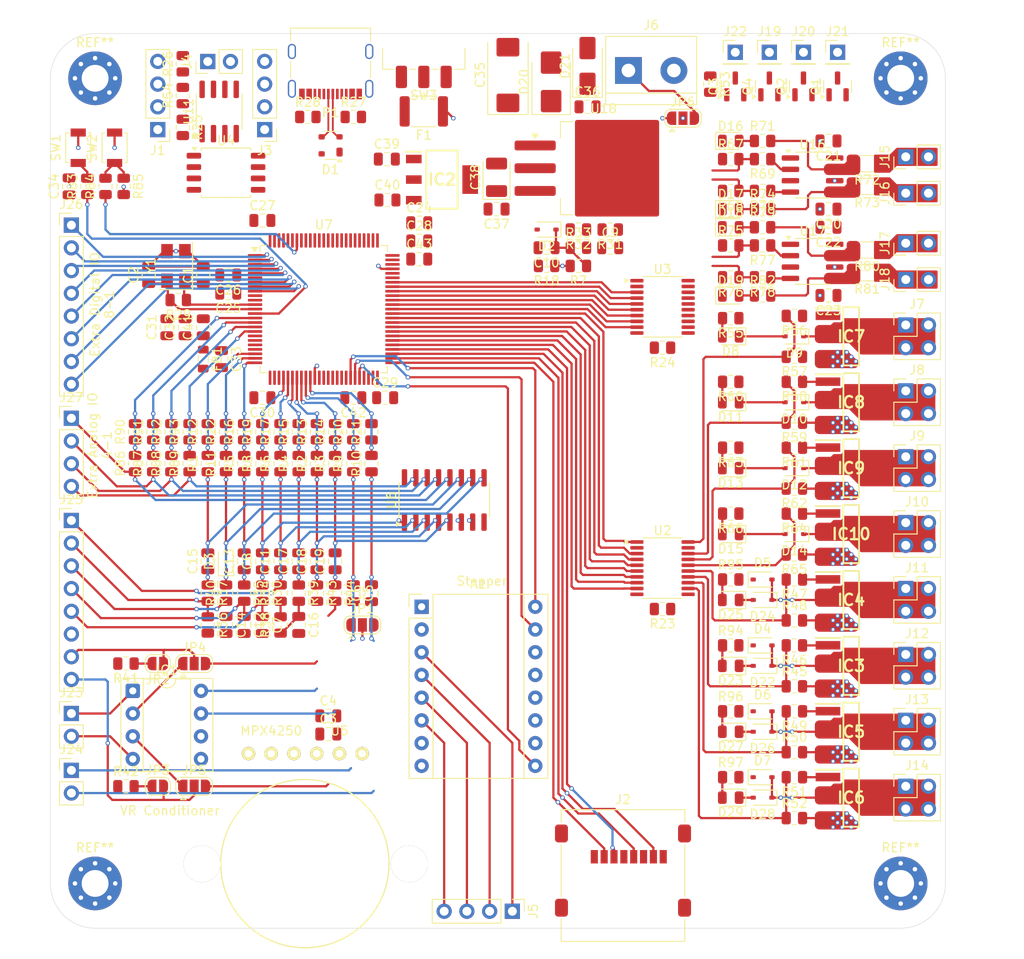
<source format=kicad_pcb>
(kicad_pcb (version 20241229) (generator "pcbnew") (generator_version "9.0")
  (title_block (title "0.4") (date "2021-03-27") (rev "4d") (company "Speeduino"))
  (layers (0 "F.Cu" signal) (4 "In1.Cu" signal) (6 "In2.Cu" signal) (2 "B.Cu" signal) (13 "F.Paste" user) (15 "B.Paste" user) (5 "F.SilkS" user "F.Silkscreen") (7 "B.SilkS" user "B.Silkscreen") (1 "F.Mask" user) (3 "B.Mask" user) (25 "Edge.Cuts" user))
  (net 0 "")
  (net 3 "GND")
  (net 4 "MCU-STEPPER-EN-D")
  (net 5 "STEP-B1")
  (net 7 "STEP-A2")
  (net 8 "STEP-A1")
  (net 9 "STEP-B2")
  (net 11 "MCU-STEPPER-STEP-D")
  (net 12 "MCU-STEPPER-DIR-D")
  (net 13 "MCU-OSC-OUT")
  (net 14 "MCU-OSC-IN")
  (net 15 "MCU-EXTRA-GPIO-9-A")
  (net 16 "O2-IN")
  (net 17 "RAW-O2")
  (net 18 "Net-(C9-Pad1)")
  (net 19 "RAW-BAT-REF")
  (net 20 "RAW-MAP-IN")
  (net 21 "TPS-IN")
  (net 22 "RAW-TPS")
  (net 23 "IAT-IN")
  (net 24 "RAW-IAT")
  (net 25 "COOLANT-IN")
  (net 26 "RAW-COOLANT")
  (net 27 "Vdrive")
  (net 28 "+3.3V")
  (net 29 "+3.3VA")
  (net 30 "MCU_RESET")
  (net 31 "MCU-USB-D+")
  (net 32 "5V-USB")
  (net 33 "RAW-CLUTCH")
  (net 34 "BOOST-OUT")
  (net 35 "IDLE-OUT")
  (net 36 "HC-1-OUT")
  (net 37 "HC-2-OUT")
  (net 38 "Net-(D8-K)")
  (net 39 "Net-(D8-A)")
  (net 40 "INJ-1-OUT")
  (net 41 "Net-(D10-A)")
  (net 42 "INJ-2-OUT")
  (net 43 "Net-(D12-A)")
  (net 44 "INJ-3-OUT")
  (net 45 "Net-(D14-A)")
  (net 46 "INJ-4-OUT")
  (net 47 "Net-(D16-A)")
  (net 48 "Net-(D17-A)")
  (net 49 "Net-(D18-A)")
  (net 50 "Net-(D19-A)")
  (net 51 "VR1-")
  (net 52 "Net-(IC1-Pin_2)")
  (net 53 "VR2-")
  (net 54 "Net-(IC1-Pin_3)")
  (net 55 "MCU-SWD-IO")
  (net 56 "MCU-SWD-CLK")
  (net 59 "MCU-SPI-SD-MOSI")
  (net 60 "MCU-SPI-SD-CLK")
  (net 61 "MCU-SPI-SD-MISO")
  (net 62 "MCU-SD-CS-OUT-D")
  (net 63 "+5V")
  (net 64 "MCU-O2-IN-A")
  (net 65 "MCU-EXTRA-GPIO-10-A")
  (net 66 "CAM-IN")
  (net 67 "MCU-EXTRA-GPIO-12-A")
  (net 68 "CRANK-IN")
  (net 69 "MCU-EXTRA-GPIO-11-A")
  (net 70 "IGN-2-OUT")
  (net 71 "IGN-1-OUT")
  (net 72 "IGN-4-OUT")
  (net 73 "IGN-3-OUT")
  (net 74 "MCU-EXTRA-GPIO-1-D")
  (net 75 "Net-(JP1-C)")
  (net 76 "Net-(JP2-B)")
  (net 77 "Net-(JP3-A)")
  (net 78 "Net-(JP4-B)")
  (net 79 "Net-(JP5-B)")
  (net 80 "MCU-EXTRA-GPIO-2-D")
  (net 81 "MCU-EXTRA-GPIO-4-D")
  (net 82 "MCU-EXTRA-GPIO-3-D")
  (net 83 "MCU-EXTRA-GPIO-7-D")
  (net 84 "MCU-EXTRA-GPIO-6-D")
  (net 85 "Net-(P1-VCONN)")
  (net 86 "Net-(P1-CC)")
  (net 91 "FAN-OUT-D")
  (net 92 "FAN-TRIG")
  (net 93 "FUELPUMP-OUT-D")
  (net 94 "FUELPUMP-TRIG")
  (net 95 "TACHO-OUT-D")
  (net 96 "TACHO-TRIG")
  (net 97 "MCU-IAT-IN-A")
  (net 98 "MCU-CRANK-IN-A")
  (net 99 "MCU-CAM-IN-A")
  (net 100 "MCU-CLT-IN-A")
  (net 101 "MCU-CLUTCH-IN-A?")
  (net 102 "MCU-TPS-IN-A")
  (net 103 "MCU-FLEX-IN-A")
  (net 104 "MCU-BAT-REF-IN-A")
  (net 105 "MCU-MAP-IN-A")
  (net 106 "MCU-BARO-IN-A")
  (net 107 "Net-(U2-OE)")
  (net 108 "Net-(U3-OE)")
  (net 109 "CLUTCH-IN")
  (net 110 "BOOST-TRIG")
  (net 111 "IDLE-TRIG")
  (net 112 "HC1-TRIG")
  (net 113 "HC2-TRIG")
  (net 114 "Net-(U11-Rs)")
  (net 115 "INJ-1-TRIG")
  (net 116 "INJ-2-TRIG")
  (net 117 "INJ-3-TRIG")
  (net 118 "INJ-4-TRIG")
  (net 119 "IGN-1-TRIG")
  (net 120 "IGN-2-TRIG")
  (net 121 "Net-(U16-IN_A)")
  (net 122 "Net-(U16-IN_B)")
  (net 123 "Net-(U16-OUT_A)")
  (net 124 "Net-(U16-OUT_B)")
  (net 125 "IGN-3-TRIG")
  (net 126 "IGN-4-TRIG")
  (net 127 "Net-(U17-IN_A)")
  (net 128 "Net-(U17-IN_B)")
  (net 129 "Net-(U17-OUT_A)")
  (net 130 "Net-(U17-OUT_B)")
  (net 131 "MCU_BOOT")
  (net 132 "5V-REGULATOR")
  (net 133 "MCU-CAN-TX")
  (net 134 "MCU-HC-2-TRIG-D")
  (net 135 "MCU-IDLE-TRIG-D")
  (net 138 "MCU-SPI-FLASH-MISO")
  (net 139 "MCU-INJ-1-TRIG-D")
  (net 141 "MCU-SPI-FLASH-MOSI")
  (net 142 "MCU-IGN-2-TRIG-D")
  (net 143 "MCU-INJ-2-TRIG-D")
  (net 144 "MCU-INJ-4-TRIG-D")
  (net 146 "MCU-INJ-3-TRIG-D")
  (net 147 "MCU-SPI-FLASH-CLK")
  (net 148 "MCU-BOOST-TRIG-D")
  (net 149 "MCU-IGN-4-TRIG-D")
  (net 151 "MCU-IGN-3-TRIG-D")
  (net 153 "MCU-CAN-RX")
  (net 155 "MCU-FLASH-CS-OUT-D")
  (net 159 "MCU-HC-1-TRIG-D")
  (net 160 "MCU-IGN-1-TRIG-D")
  (net 161 "MCU-FUELPUMP-TRIG-D")
  (net 162 "MCU-FAN-TRIG-D")
  (net 163 "MCU-TACHO-TRIG-D")
  (net 164 "EXT-CAN-L")
  (net 166 "EXT-CAN-H")
  (net 171 "MCU-USB-D-")
  (net 172 "Net-(R83-Pad2)")
  (net 173 "Net-(R84-Pad2)")
  (net 182 "RAW-BARO-IN")
  (net 183 "RAW-FLEX-IN")
  (net 184 "MCU-EXTRA-GPIO-5-D")
  (net 185 "MCU-EXTRA-GPIO-8-D")
  (net 187 "RAW-CRANK-IN")
  (net 188 "RAW-CAM-IN")
  (net 189 "+5VA")
  (net 190 "Net-(D20-K)")
  (net 191 "+12V")
  (net 192 "MCU-UART-BT-RX")
  (net 193 "MCU-UART-EXTRA-RX")
  (net 194 "MCU-UART-BT-TX")
  (net 195 "MCU-UART-EXTRA-TX")
  (net 197 "MCU-LC-TRIG-D")
  (net 198 "LC-OUT-D")
  (net 199 "LC-TRIG")
  (net 200 "RAW-EXTRA-GPIO-9-A")
  (net 201 "RAW-EXTRA-GPIO-10-A")
  (net 202 "RAW-EXTRA-GPIO-12-A")
  (net 203 "RAW-EXTRA-GPIO-11-A")
  (net 204 "Net-(IC3-INPUT)")
  (net 205 "Net-(IC4-INPUT)")
  (net 206 "Net-(IC5-INPUT)")
  (net 207 "Net-(IC6-INPUT)")
  (net 208 "Net-(D11-A)")
  (net 209 "Net-(D13-A)")
  (net 210 "Net-(D15-A)")
  (net 211 "Net-(IC7-INPUT)")
  (net 212 "Net-(IC8-INPUT)")
  (net 213 "Net-(IC9-INPUT)")
  (net 214 "Net-(IC10-INPUT)")
  (net 215 "Net-(D22-A)")
  (net 216 "Net-(D23-A)")
  (net 217 "Net-(D24-A)")
  (net 218 "Net-(D25-A)")
  (net 219 "Net-(D26-A)")
  (net 220 "Net-(D27-A)")
  (net 221 "Net-(D28-A)")
  (net 222 "Net-(D29-A)")
  (net 223 "RAW-BAT")
  (footprint "Diode_SMD:D_SOD-323" (layer "F.Cu") (at 99.568 103.124)
    (property "Reference" "D7")
    (property "Value" "D")
  )
  (footprint "Capacitor_SMD:C_0805_2012Metric" (layer "F.Cu") (at 69.85 39.624 180)
    (property "Reference" "C37")
    (property "Value" "0.1uF")
  )
  (footprint "Resistor_SMD:R_0805_2012Metric" (layer "F.Cu") (at 96.012 66.294 180)
    (property "Reference" "R63")
    (property "Value" "2.4k")
  )
  (footprint "Resistor_SMD:R_0805_2012Metric" (layer "F.Cu") (at 33.528 64.516 90)
    (property "Reference" "R92")
    (property "Value" "1k")
  )
  (footprint "Resistor_SMD:R_0805_2012Metric" (layer "F.Cu") (at 99.568 47.244 180)
    (property "Reference" "R78")
    (property "Value" "1k")
  )
  (footprint "Diode_SMD:D_SOD-323" (layer "F.Cu") (at 99.568 88.392)
    (property "Reference" "D4")
    (property "Value" "D")
  )
  (footprint "Resistor_SMD:R_0805_2012Metric" (layer "F.Cu") (at 96.012 103.124)
    (property "Reference" "R97")
    (property "Value" "2.4k")
  )
  (footprint "IC_Automotive:SOT230P700X180-4N" (layer "F.Cu") (at 109.474 105.41)
    (property "Reference" "IC6")
    (property "Value" "VNL5090N3-E" (hide yes))
  )
  (footprint "Resistor_SMD:R_0805_2012Metric" (layer "F.Cu") (at 45.72 82.55 90)
    (property "Reference" "R34")
    (property "Value" "2.4k")
  )
  (footprint "Capacitor_SMD:C_0805_2012Metric" (layer "F.Cu") (at 75.438 43.942 180)
    (property "Reference" "C10")
    (property "Value" "0.22uF")
  )
  (footprint "Diode_SMD:D_SOD-323" (layer "F.Cu") (at 99.568 98.044 180)
    (property "Reference" "D26")
    (property "Value" "D")
  )
  (footprint "Resistor_SMD:R_0805_2012Metric" (layer "F.Cu") (at 78.994 41.91 180)
    (property "Reference" "R32")
    (property "Value" "3.9k")
  )
  (footprint "Resistor_SMD:R_0805_2012Metric" (layer "F.Cu") (at 103.124 103.124 180)
    (property "Reference" "R51")
    (property "Value" "1k")
  )
  (footprint "Resistor_SMD:R_0805_2012Metric" (layer "F.Cu") (at 34.798 30.49 -90)
    (property "Reference" "R25")
    (property "Value" "10k")
  )
  (footprint "Capacitor_SMD:C_0805_2012Metric" (layer "F.Cu") (at 37.084 52.832 90)
    (property "Reference" "C41")
    (property "Value" "100n")
  )
  (footprint "Resistor_SMD:R_0805_2012Metric" (layer "F.Cu") (at 82.55 41.91 180)
    (property "Reference" "R31")
    (property "Value" "1k")
  )
  (footprint "Connector_PinHeader_2.54mm:PinHeader_2x02_P2.54mm_Vertical" (layer "F.Cu") (at 115.565 104.135)
    (property "Reference" "J14")
    (property "Value" "Conn_02x02_Counter_Clockwise")
  )
  (footprint "Misc:MPX4250" (layer "F.Cu") (at 54.839 100.484437 180)
    (property "Reference" "U5")
    (property "Value" "MPX4250")
  )
  (footprint "Resistor_SMD:R_0805_2012Metric" (layer "F.Cu") (at 99.568 39.624)
    (property "Reference" "R74")
    (property "Value" "2.4k")
  )
  (footprint "Inductor_SMD:L_0805_2012Metric" (layer "F.Cu") (at 37.084 56.388 -90)
    (property "Reference" "FB1")
    (property "Value" "120R")
  )
  (footprint "Resistor_SMD:R_0805_2012Metric" (layer "F.Cu") (at 99.568 37.592 180)
    (property "Reference" "R70")
    (property "Value" "1k")
  )
  (footprint "Resistor_SMD:R_0805_2012Metric" (layer "F.Cu") (at 53.848 68.072 90)
    (property "Reference" "R9")
    (property "Value" "5k")
  )
  (footprint "Resistor_SMD:R_0805_2012Metric" (layer "F.Cu") (at 51.816 64.516 90)
    (property "Reference" "R14")
    (property "Value" "1k")
  )
  (footprint "Resistor_SMD:R_0805_2012Metric" (layer "F.Cu") (at 45.72 68.072 90)
    (property "Reference" "R6")
    (property "Value" "5k")
  )
  (footprint "Resistor_SMD:R_0805_2012Metric" (layer "F.Cu") (at 103.124 107.696)
    (property "Reference" "R52")
    (property "Value" "100k")
  )
  (footprint "Resistor_SMD:R_0805_2012Metric" (layer "F.Cu") (at 103.124 73.66 180)
    (property "Reference" "R64")
    (property "Value" "1k")
  )
  (footprint "Resistor_SMD:R_0805_2012Metric" (layer "F.Cu") (at 45.72 64.516 90)
    (property "Reference" "R17")
    (property "Value" "1k")
  )
  (footprint "Connector_PinHeader_2.54mm:PinHeader_1x02_P2.54mm_Vertical" (layer "F.Cu") (at 115.565 37.846 90)
    (property "Reference" "J16")
    (property "Value" "Conn_01x02")
  )
  (footprint "Connector_PinHeader_2.54mm:PinHeader_1x02_P2.54mm_Vertical" (layer "F.Cu") (at 115.565 33.782 90)
    (property "Reference" "J15")
    (property "Value" "Conn_01x02")
  )
  (footprint "Capacitor_SMD:C_0805_2012Metric" (layer "F.Cu") (at 39.624 86.106 -90)
    (property "Reference" "C14")
    (property "Value" "0.1uF")
  )
  (footprint "Connector_PinHeader_2.54mm:PinHeader_2x02_P2.54mm_Vertical" (layer "F.Cu") (at 115.565 59.939)
    (property "Reference" "J8")
    (property "Value" "Conn_02x02_Counter_Clockwise")
  )
  (footprint "Connector_PinHeader_2.54mm:PinHeader_1x04_P2.54mm_Vertical" (layer "F.Cu") (at 32.004 30.734 180)
    (property "Reference" "J1")
    (property "Value" "Conn_01x04")
  )
  (footprint "Diode_SMD:D_SOD-323" (layer "F.Cu") (at 103.124 68.58 180)
    (property "Reference" "D12")
    (property "Value" "D")
  )
  (footprint "Diode_SMD:D_SOD-323" (layer "F.Cu") (at 103.124 61.214 180)
    (property "Reference" "D10")
    (property "Value" "D")
  )
  (footprint "Resistor_SMD:R_0805_2012Metric" (layer "F.Cu") (at 45.72 86.106 90)
    (property "Reference" "R38")
    (property "Value" "2.49k")
  )
  (footprint "Resistor_SMD:R_0805_2012Metric" (layer "F.Cu") (at 24.13 37.084 90)
    (property "Reference" "R83")
    (property "Value" "10k")
  )
  (footprint "Capacitor_SMD:C_0805_2012Metric" (layer "F.Cu") (at 22.098 37.084 90)
    (property "Reference" "C34")
    (property "Value" "C")
  )
  (footprint "Connector_PinHeader_2.54mm:PinHeader_1x02_P2.54mm_Vertical" (layer "F.Cu") (at 22.352 102.357)
    (property "Reference" "J24")
    (property "Value" "Conn_01x02")
  )
  (footprint "Resistor_SMD:R_0805_2012Metric" (layer "F.Cu") (at 39.624 68.072 90)
    (property "Reference" "R11")
    (property "Value" "5k")
  )
  (footprint "Capacitor_SMD:C_0805_2012Metric" (layer "F.Cu") (at 37.592 78.994 90)
    (property "Reference" "C15")
    (property "Value" "0.22uF")
  )
  (footprint "Connector_PinHeader_2.54mm:PinHeader_1x02_P2.54mm_Vertical" (layer "F.Cu") (at 115.565 43.434 90)
    (property "Reference" "J17")
    (property "Value" "Conn_01x02")
  )
  (footprint "Resistor_SMD:R_0805_2012Metric" (layer "F.Cu") (at 51.816 68.072 90)
    (property "Reference" "R3")
    (property "Value" "5k")
  )
  (footprint "Button_Switch_SMD:SW_SPST_B3U-1000P" (layer "F.Cu") (at 23.114 32.766 90)
    (property "Reference" "SW1")
    (property "Value" "SW_DIP_x01")
  )
  (footprint "Resistor_SMD:R_0805_2012Metric" (layer "F.Cu") (at 28.448 104.14)
    (property "Reference" "R42")
    (property "Value" "1k")
  )
  (footprint "Capacitor_SMD:C_0805_2012Metric" (layer "F.Cu") (at 51.054 96.266)
    (property "Reference" "C4")
    (property "Value" "1uF")
  )
  (footprint "Resistor_SMD:R_0805_2012Metric" (layer "F.Cu") (at 37.592 86.106 -90)
    (property "Reference" "R36")
    (property "Value" "2.49k")
  )
  (footprint "Connector_PinHeader_2.54mm:PinHeader_2x02_P2.54mm_Vertical" (layer "F.Cu") (at 115.565 67.305)
    (property "Reference" "J9")
    (property "Value" "Conn_02x02_Counter_Clockwise")
  )
  (footprint "Capacitor_SMD:C_0805_2012Metric" (layer "F.Cu") (at 49.784 78.994 90)
    (property "Reference" "C18")
    (property "Value" "0.01uF")
  )
  (footprint "Diode_SMD:D_SOD-323" (layer "F.Cu") (at 99.568 81.026)
    (property "Reference" "D5")
    (property "Value" "D")
  )
  (footprint "Diode_SMD:D_SOD-323" (layer "F.Cu") (at 39.624 78.994 90)
    (property "Reference" "D3")
    (property "Value" "D_Zener")
  )
  (footprint "Capacitor_SMD:C_0805_2012Metric" (layer "F.Cu") (at 61.214 41.148)
    (property "Reference" "C24")
    (property "Value" "10µ")
  )
  (footprint "Resistor_SMD:R_0805_2012Metric" (layer "F.Cu") (at 28.194 37.084 -90)
    (property "Reference" "R85")
    (property "Value" "10k")
  )
  (footprint "Connector_USB:USB_C_Receptacle_Palconn_UTC16-G" (layer "F.Cu") (at 51.308 24.243 180)
    (property "Reference" "P1")
    (property "Value" "USB_C_Plug_USB2.0")
  )
  (footprint "MountingHole:MountingHole_3mm_Pad_Via" (layer "F.Cu") (at 25 25)
    (property "Reference" "REF**")
    (property "Value" "MountingHole_3mm_Pad_Via")
  )
  (footprint "IC_Automotive:SOT230P700X180-4N" (layer "F.Cu") (at 109.474 61.214)
    (property "Reference" "IC8")
    (property "Value" "VNL5090N3-E" (hide yes))
  )
  (footprint "Resistor_SMD:R_1206_3216Metric" (layer "F.Cu") (at 111.252 34.544 180)
    (property "Reference" "R72")
    (property "Value" "10R")
  )
  (footprint "Resistor_SMD:R_0805_2012Metric" (layer "F.Cu") (at 88.392 84.328 180)
    (property "Reference" "R23")
    (property "Value" "R")
  )
  (footprint "LED_SMD:LED_0805_2012Metric" (layer "F.Cu") (at 96.012 83.312 180)
    (property "Reference" "D25")
    (property "Value" "LED")
  )
  (footprint "Capacitor_SMD:C_0805_2012Metric" (layer "F.Cu") (at 57.404 60.706)
    (property "Reference" "C29")
    (property "Value" "100n")
  )
  (footprint "Resistor_SMD:R_0805_2012Metric" (layer "F.Cu") (at 99.568 41.656)
    (property "Reference" "R79")
    (property "Value" "2.4k")
  )
  (footprint "Resistor_SMD:R_0805_2012Metric" (layer "F.Cu") (at 96.012 47.244 180)
    (property "Reference" "R76")
    (property "Value" "100k")
  )
  (footprint "Button_Switch_SMD:SW_SPDT_CK_JS102011SAQN" (layer "F.Cu") (at 61.722 22.098 180)
    (property "Reference" "SW3")
    (property "Value" "SW_SPDT")
  )
  (footprint "Resistor_SMD:R_0805_2012Metric" (layer "F.Cu") (at 39.624 64.516 90)
    (property "Reference" "R22")
    (property "Value" "1k")
  )
  (footprint "Connector_PinHeader_2.54mm:PinHeader_1x08_P2.54mm_Vertical" (layer "F.Cu") (at 22.352 41.417)
    (property "Reference" "J26")
    (property "Value" "Conn_01x08")
  )
  (footprint "Resistor_SMD:R_0805_2012Metric" (layer "F.Cu") (at 96.012 37.592 180)
    (property "Reference" "R68")
    (property "Value" "100k")
  )
  (footprint "Resistor_SMD:R_0805_2012Metric" (layer "F.Cu") (at 103.124 78.232 180)
    (property "Reference" "R65")
    (property "Value" "100k")
  )
  (footprint "Resistor_SMD:R_0805_2012Metric" (layer "F.Cu") (at 103.124 100.33)
    (property "Reference" "R50")
    (property "Value" "100k")
  )
  (footprint "IC_Automotive:TO-263-3_TabPin2-Clean" (layer "F.Cu") (at 81.812 35.052)
    (property "Reference" "U18")
    (property "Value" "LM2940S-5.0/NOPB")
  )
  (footprint "Resistor_SMD:R_0805_2012Metric" (layer "F.Cu") (at 96.012 95.758)
    (property "Reference" "R96")
    (property "Value" "2.4k")
  )
  (footprint "Resistor_SMD:R_0805_2012Metric" (layer "F.Cu") (at 99.568 34.036 180)
    (property "Reference" "R69")
    (property "Value" "1k")
  )
  (footprint "Resistor_SMD:R_0805_2012Metric" (layer "F.Cu") (at 34.798 23.378 90)
    (property "Reference" "R26")
    (property "Value" "10k")
  )
  (footprint "Jumper:SolderJumper-3_P1.3mm_Open_RoundedPad1.0x1.5mm" (layer "F.Cu") (at 36.068 104.14)
    (property "Reference" "JP5")
    (property "Value" "VR-HALL")
  )
  (footprint "Resistor_SMD:R_0805_2012Metric" (layer "F.Cu") (at 31.496 68.072 90)
    (property "Reference" "R87")
    (property "Value" "5k")
  )
  (footprint "Resistor_SMD:R_0805_2012Metric" (layer "F.Cu") (at 103.124 85.598)
    (property "Reference" "R48")
    (property "Value" "100k")
  )
  (footprint "Jumper:SolderJumper-2_P1.3mm_Open_RoundedPad1.0x1.5mm" (layer "F.Cu") (at 32.004 104.14)
    (property "Reference" "JP3")
    (property "Value" "PULL-UP")
  )
  (footprint "Resistor_SMD:R_0805_2012Metric" (layer "F.Cu") (at 43.688 64.516 90)
    (property "Reference" "R19")
    (property "Value" "1k")
  )
  (footprint "Resistor_SMD:R_0805_2012Metric" (layer "F.Cu") (at 37.592 82.55 -90)
    (property "Reference" "R37")
    (property "Value" "470R")
  )
  (footprint "Capacitor_SMD:C_0805_2012Metric" (layer "F.Cu") (at 51.816 78.994 90)
    (property "Reference" "C19")
    (property "Value" "0.1uF")
  )
  (footprint "Package_TO_SOT_SMD:SOT-23" (layer "F.Cu") (at 107.95 25.908 90)
    (property "Reference" "Q1")
    (property "Value" "SSM3K357R")
  )
  (footprint "Resistor_SMD:R_0805_2012Metric" (layer "F.Cu") (at 78.994 43.942)
    (property "Reference" "R33")
    (property "Value" "470R")
  )
  (footprint "Resistor_SMD:R_0805_2012Metric" (layer "F.Cu") (at 48.768 29.323)
    (property "Reference" "R28")
    (property "Value" "5k1")
  )
  (footprint "Capacitor_SMD:C_0805_2012Metric" (layer "F.Cu") (at 43.688 40.894)
    (property "Reference" "C27")
    (property "Value" "100n")
  )
  (footprint "Resistor_SMD:R_0805_2012Metric" (layer "F.Cu") (at 34.29 49.784 180)
    (property "Reference" "R29")
    (property "Value" "1M")
  )
  (footprint "Resistor_SMD:R_0805_2012Metric" (layer "F.Cu") (at 47.752 64.516 90)
    (property "Reference" "R15")
    (property "Value" "1k")
  )
  (footprint "Capacitor_SMD:C_0805_2012Metric" (layer "F.Cu") (at 61.214 45.212)
    (property "Reference" "C43")
    (property "Value" "2.2µ")
  )
  (footprint "Resistor_SMD:R_0805_2012Metric" (layer "F.Cu") (at 96.012 73.66 180)
    (property "Reference" "R66")
    (property "Value" "2.4k")
  )
  (footprint "Capacitor_SMD:C_0805_2012Metric" (layer "F.Cu") (at 53.848 82.55 -90)
    (property "Reference" "C5")
    (property "Value" "470pf")
  )
  (footprint "Package_QFP:LQFP-100_14x14mm_P0.5mm" (layer "F.Cu") (at 50.546 50.8)
    (property "Reference" "U7")
    (property "Value" "STM32F407VGTx")
  )
  (footprint "Resistor_SMD:R_0805_2012Metric" (layer "F.Cu") (at 29.464 68.072 90)
    (property "Reference" "R86")
    (property "Value" "5k")
  )
  (footprint "Resistor_SMD:R_0805_2012Metric" (layer "F.Cu") (at 99.568 43.688 180)
    (property "Reference" "R77")
    (property "Value" "1k")
  )
  (footprint "Resistor_SMD:R_0805_2012Metric" (layer "F.Cu") (at 96.012 34.036)
    (property "Reference" "R67")
    (property "Value" "100k")
  )
  (footprint "Capacitor_SMD:C_0805_2012Metric" (layer "F.Cu") (at 30.988 46.99 90)
    (property "Reference" "C2")
    (property "Value" "12pF")
  )
  (footprint "Crystal:Crystal_SMD_5032-4Pin_5.0x3.2mm" (layer "F.Cu") (at 34.036 45.974 90)
    (property "Reference" "Y1")
    (property "Value" "Crystal_GND23")
  )
  (footprint "Resistor_SMD:R_0805_2012Metric" (layer "F.Cu") (at 41.656 64.516 90)
    (property "Reference" "R16")
    (property "Value" "1k")
  )
  (footprint "Module:Pololu_Breakout-16_15.2x20.3mm" (layer "F.Cu") (at 61.478 84.074)
    (property "Reference" "A1")
    (property "Value" "Pololu_Breakout_DRV8825")
  )
  (footprint "Diode_SMD:D_SMA" (layer "F.Cu") (at 80.01 23.622 90)
    (property "Reference" "D21")
    (property "Value" "B130-13-F")
  )
  (footprint "Connector_Card:microSD_HC_Molex_47219-2001" (layer "F.Cu") (at 83.977 114.114)
    (property "Reference" "J2")
    (property "Value" "Micro_SD_Card")
  )
  (footprint "Resistor_SMD:R_0805_2012Metric" (layer "F.Cu") (at 75.438 45.974 180)
    (property "Reference" "R18")
    (property "Value" "1k")
  )
  (footprint "Capacitor_SMD:C_0805_2012Metric" (layer "F.Cu") (at 41.656 86.106 -90)
    (property "Reference" "C12")
    (property "Value" "0.1uF")
  )
  (footprint "Resistor_SMD:R_0805_2012Metric" (layer "F.Cu") (at 53.848 64.516 90)
    (property "Reference" "R20")
    (property "Value" "1k")
  )
  (footprint "Resistor_SMD:R_0805_2012Metric" (layer "F.Cu") (at 37.592 64.516 90)
    (property "Reference" "R12")
    (property "Value" "1k")
  )
  (footprint "Resistor_SMD:R_0805_2012Metric" (layer "F.Cu") (at 96.012 58.928 180)
    (property "Reference" "R60")
    (property "Value" "2.4k")
  )
  (footprint "Connector_PinHeader_2.54mm:PinHeader_1x01_P2.54mm_Vertical" (layer "F.Cu") (at 96.52 22.098)
    (property "Reference" "J22")
    (property "Value" "Conn_01x01")
  )
  (footprint "Resistor_SMD:R_0805_2012Metric" (layer "F.Cu") (at 37.592 68.072 90)
    (property "Reference" "R1")
    (property "Value" "5k")
  )
  (footprint "LED_SMD:LED_0805_2012Metric" (layer "F.Cu") (at 96.012 41.656)
    (property "Reference" "D18")
    (property "Value" "LED")
  )
  (footprint "Jumper:SolderJumper-2_P1.3mm_Open_RoundedPad1.0x1.5mm" (layer "F.Cu") (at 32.004 90.424 180)
    (property "Reference" "JP2")
    (property "Value" "PULL-UP")
  )
  (footprint "Resistor_SMD:R_0805_2012Metric" (layer "F.Cu") (at 103.124 88.392 180)
    (property "Reference" "R46")
    (property "Value" "1k")
  )
  (footprint "Capacitor_SMD:C_0805_2012Metric" (layer "F.Cu") (at 82.55 43.942)
    (property "Reference" "C9")
    (property "Value" "0.1uF")
  )
  (footprint "Resistor_SMD:R_0805_2012Metric" (layer "F.Cu") (at 43.688 82.55 -90)
    (property "Reference" "R30")
    (property "Value" "470R")
  )
  (footprint "Diode_SMD:D_SOD-323" (layer "F.Cu") (at 99.568 90.678 180)
    (property "Reference" "D22")
    (property "Value" "D")
  )
  (footprint "Capacitor_SMD:C_0805_2012Metric" (layer "F.Cu") (at 47.752 86.106 -90)
    (property "Reference" "C16")
    (property "Value" "0.1uF")
  )
  (footprint "TerminalBlock:TerminalBlock_bornier-2_P5.08mm" (layer "F.Cu") (at 84.582 24.13)
    (property "Reference" "J6")
    (property "Value" "Screw_Terminal_01x02")
  )
  (footprint "Package_TO_SOT_SMD:SOT-23" (layer "F.Cu") (at 100.33 25.908 90)
    (property "Reference" "Q4")
    (property "Value" "SSM3K357R")
  )
  (footprint "Connector_PinHeader_2.54mm:PinHeader_1x08_P2.54mm_Vertical" (layer "F.Cu") (at 22.352 74.422)
    (property "Reference" "J25")
    (property "Value" "Conn_01x08")
  )
  (footprint "Capacitor_SMD:C_0805_2012Metric" (layer "F.Cu") (at 39.878 46.99 180)
    (property "Reference" "C26")
    (property "Value" "100n")
  )
  (footprint "Connector_PinHeader_2.54mm:PinHeader_1x01_P2.54mm_Vertical" (layer "F.Cu") (at 104.14 22.098)
    (property "Reference" "J20")
    (property "Value" "Conn_01x01")
  )
  (footprint "IC_Automotive:SOT230P700X180-4N" (layer "F.Cu") (at 109.474 90.678)
    (property "Reference" "IC3")
    (property "Value" "VNL5090N3-E" (hide yes))
  )
  (footprint "Button_Switch_SMD:SW_SPST_B3U-1000P" (layer "F.Cu") (at 27.178 32.766 90)
    (property "Reference" "SW2")
    (property "Value" "SW_DIP_x01")
  )
  (footprint "LED_SMD:LED_0805_2012Metric" (layer "F.Cu") (at 96.012 105.41 180)
    (property "Reference" "D29")
    (property "Value" "LED")
  )
  (footprint "Resistor_SMD:R_0805_2012Metric" (layer "F.Cu") (at 103.124 81.026 180)
    (property "Reference" "R47")
    (property "Value" "1k")
  )
  (footprint "Capacitor_SMD:C_0805_2012Metric" (layer "F.Cu") (at 35.052 52.832 90)
    (property "Reference" "C32")
    (property "Value" "1µ")
  )
  (footprint "Resistor_SMD:R_0805_2012Metric" (layer "F.Cu") (at 88.392 55.118 180)
    (property "Reference" "R24")
    (property "Value" "R")
  )
  (footprint "Resistor_SMD:R_1206_3216Metric" (layer "F.Cu") (at 111.252 37.084 180)
    (property "Reference" "R73")
    (property "Value" "10R")
  )
  (footprint "Capacitor_Tantalum_SMD:CP_EIA-7343-31_Kemet-D" (layer "F.Cu") (at 71.12 24.638 90)
    (property "Reference" "C35")
    (property "Value" "10uF")
  )
  (footprint "Capacitor_SMD:C_0805_2012Metric" (layer "F.Cu") (at 41.656 78.994 90)
    (property "Reference" "C13")
    (property "Value" "0.22uF")
  )
  (footprint "Resistor_SMD:R_0805_2012Metric" (layer "F.Cu") (at 96.012 51.816 180)
    (property "Reference" "R55")
    (property "Value" "2.4k")
  )
  (footprint "Resistor_SMD:R_0805_2012Metric" (layer "F.Cu") (at 103.124 56.134 180)
    (property "Reference" "R57")
    (property "Value" "100k")
  )
  (footprint "Capacitor_SMD:C_0805_2012Metric" (layer "F.Cu") (at 106.934 41.656 180)
    (property "Reference" "C22")
    (property "Value" "0.1uF")
  )
  (footprint "LED_SMD:LED_0805_2012Metric" (layer "F.Cu") (at 96.012 32.004)
    (property "Reference" "D16")
    (property "Value" "LED")
  )
  (footprint "Resistor_SMD:R_0805_2012Metric" (layer "F.Cu") (at 47.752 68.072 90)
    (property "Reference" "R4")
    (property "Value" "5k")
  )
  (footprint "IC_Automotive:SOT230P700X180-4N" (layer "F.Cu") (at 109.474 83.312)
    (property "Reference" "IC4")
    (property "Value" "VNL5090N3-E" (hide yes))
  )
  (footprint "MountingHole:MountingHole_3mm_Pad_Via" (layer "F.Cu") (at 25 115)
    (property "Reference" "REF**")
    (property "Value" "MountingHole_3mm_Pad_Via")
  )
  (footprint "Connector_PinHeader_2.54mm:PinHeader_2x02_P2.54mm_Vertical" (layer "F.Cu") (at 115.565 89.403)
    (property "Reference" "J12")
    (property "Value" "Conn_02x02_Counter_Clockwise")
  )
  (footprint "LED_SMD:LED_0805_2012Metric" (layer "F.Cu") (at 96.012 49.276)
    (property "Reference" "D19")
    (property "Value" "LED")
  )
  (footprint "Package_SO:TSSOP-20_4.4x6.5mm_P0.65mm" (layer "F.Cu") (at 88.392 50.546)
    (property "Reference" "U3")
    (property "Value" "TXB0108PW")
  )
  (footprint "Capacitor_SMD:C_0805_2012Metric" (layer "F.Cu") (at 39.116 56.388 -90)
    (property "Reference" "C33")
    (property "Value" "1µ")
  )
  (footprint "Package_SO:TSSOP-20_4.4x6.5mm_P0.65mm" (layer "F.Cu") (at 88.392 79.756)
    (property "Reference" "U2")
    (property "Value" "TXB0108PW")
  )
  (footprint "Capacitor_SMD:C_0805_2012Metric" (layer "F.Cu") (at 106.934 49.276 180)
    (property "Reference" "C23")
    (property "Value" "1uF")
  )
  (footprint "Resistor_SMD:R_0805_2012Metric" (layer "F.Cu") (at 31.496 64.516 90)
    (property "Reference" "R91")
    (property "Value" "1k")
  )
  (footprint "Resistor_SMD:R_1206_3216Metric" (layer "F.Cu") (at 111.252 46.736 180)
    (property "Reference" "R81")
    (property "Value" "10R")
  )
  (footprint "Capacitor_SMD:C_0805_2012Metric" (layer "F.Cu") (at 37.084 46.99 90)
    (property "Reference" "C1")
    (property "Value" "12pF")
  )
  (footprint "Package_SO:SOIC-8_3.9x4.9mm_P1.27mm" (layer "F.Cu") (at 105.156 45.466)
    (property "Reference" "U17")
    (property "Value" "IXDN602")
  )
  (footprint "Package_DIP:DIP-8_W7.62mm_Socket" (layer "F.Cu") (at 29.21 93.472)
    (property "Reference" "IC1")
    (property "Value" "Trig Cond Socket")
  )
  (footprint "Diode_SMD:D_SOD-323" (layer "F.Cu") (at 103.124 53.848 180)
    (property "Reference" "D9")
    (property "Value" "D")
  )
  (footprint "Connector_PinHeader_2.54mm:PinHeader_1x04_P2.54mm_Vertical" (layer "F.Cu") (at 43.942 30.734 180)
    (property "Reference" "J3")
    (property "Value" "Conn_01x04")
  )
  (footprint "Resistor_SMD:R_0805_2012Metric" (layer "F.Cu") (at 26.162 37.084 90)
    (property "Reference" "R84")
    (property "Value" "10k")
  )
  (footprint "LED_SMD:LED_0805_2012Metric" (layer "F.Cu") (at 96.012 61.214 180)
    (property "Reference" "D11")
    (property "Value" "LED")
  )
  (footprint "Resistor_SMD:R_0805_2012Metric" (layer "F.Cu") (at 35.56 68.072 90)
    (property "Reference" "R89")
    (property "Value" "5k")
  )
  (footprint "Connector_PinHeader_2.54mm:PinHeader_1x04_P2.54mm_Vertical" (layer "F.Cu") (at 22.352 63.002)
    (property "Reference" "J27")
    (property "Value" "Conn_01x04")
  )
  (footprint "Resistor_SMD:R_0805_2012Metric" (layer "F.Cu") (at 34.798 26.934 90)
    (property "Reference" "R54")
    (property "Value" "4k7")
  )
  (footprint "Package_TO_SOT_SMD:SOT-23" (layer "F.Cu") (at 96.52 25.908 90)
    (property "Reference" "Q3")
    (property "Value" "SSM3K357R")
  )
  (footprint "Resistor_SMD:R_0805_2012Metric" (layer "F.Cu") (at 47.752 82.55 -90)
    (property "Reference" "R39")
    (property "Value" "470R")
  )
  (footprint "Capacitor_SMD:C_0805_2012Metric" (layer "F.Cu") (at 61.214 43.18)
    (property "Reference" "C28")
    (property "Value" "100n")
  )
  (footprint "Resistor_SMD:R_0805_2012Metric" (layer "F.Cu") (at 103.124 66.294 180)
    (property "Reference" "R61")
    (property "Value" "1k")
  )
  (footprint "Resistor_SMD:R_1206_3216Metric" (layer "F.Cu") (at 111.252 44.196 180)
    (property "Reference" "R80")
    (property "Value" "10R")
  )
  (footprint "Connector_PinHeader_2.54mm:PinHeader_1x02_P2.54mm_Vertical" (layer "F.Cu") (at 22.352 96.007)
    (property "Reference" "J23")
    (property "Value" "Conn_01x02")
  )
  (footprint "Resistor_SMD:R_0805_2012Metric" (layer "F.Cu") (at 51.816 82.55 -90)
    (property "Reference" "R44")
    (property "Value" "220R")
  )
  (footprint "Resistor_SMD:R_0805_2012Metric" (layer "F.Cu") (at 103.124 58.928 180)
    (property "Reference" "R58")
    (property "Value" "1k")
  )
  (footprint "Resistor_SMD:R_0805_2012Metric" (layer "F.Cu") (at 103.124 70.866 180)
    (property "Reference" "R62")
    (property "Value" "100k")
  )
  (footprint "Package_SO:SOIC-16_3.9x9.9mm_P1.27mm" (layer "F.Cu") (at 64.008 72.136 90)
    (property "Reference" "U6")
    (property "Value" "SP720")
  )
  (footprint "Resistor_SMD:R_0805_2012Metric" (layer "F.Cu") (at 29.464 64.516 90)
    (property "Reference" "R90")
    (property "Value" "1k")
  )
  (footprint "LED_SMD:LED_0805_2012Metric" (layer "F.Cu") (at 96.012 68.58 180)
    (property "Reference" "D13")
    (property "Value" "LED")
  )
  (footprint "Capacitor_SMD:C_0805_2012Metric" (layer "F.Cu") (at 106.934 39.624 180)
    (property "Reference" "C20")
    (property "Value" "0.1uF")
  )
  (footprint "LED_SMD:LED_0805_2012Metric" (layer "F.Cu") (at 96.012 98.044 180)
    (property "Reference" "D27")
    (property "Value" "LED")
  )
  (footprint "Capacitor_SMD:C_0805_2012Metric" (layer "F.Cu") (at 106.934 32.004 180)
    (property "Reference" "C21")
    (property "Value" "1uF")
  )
  (footprint "Package_SO:SOIC-8_3.9x4.9mm_P1.27mm" (layer "F.Cu") (at 38.862 28.712 90)
    (property "Reference" "U11")
    (property "Value" "MCP2551-I-SN")
  )
  (footprint "Resistor_SMD:R_0805_2012Metric" (layer "F.Cu") (at 93.726 25.654 -90)
    (property "Reference" "R53")
    (property "Value" "10k")
  )
  (footprint "Resistor_SMD:R_0805_2012Metric" (layer "F.Cu") (at 55.88 68.072 90)
    (property "Reference" "R10")
    (property "Value" "5k")
  )
  (footprint "Connector_PinHeader_2.54mm:PinHeader_2x02_P2.54mm_Vertical" (layer "F.Cu") (at 115.565 52.573)
    (property "Reference" "J7")
    (property "Value" "Conn_02x02_Counter_Clockwise")
  )
  (footprint "Diode_SMD:D_SOD-323" (layer "F.Cu") (at 99.568 83.312 180)
    (property "Reference" "D24")
    (property "Value" "D")
  )
  (footprint "Resistor_SMD:R_0805_2012Metric" (layer "F.Cu") (at 103.124 92.964)
    (property "Reference" "R45")
    (property "Value" "100k")
  )
  (footprint "IC_Automotive:SOT230P700X180-4N" (layer "F.Cu") (at 109.474 68.58)
    (property "Reference" "IC9")
    (property "Value" "VNL5090N3-E" (hide yes))
  )
  (footprint "IC_Automotive:SOT230P700X180-4N" (layer "F.Cu") (at 109.474 75.946)
    (property "Reference" "IC10")
    (property "Value" "VNL5090N3-E" (hide yes))
  )
  (footprint "Connector_PinHeader_2.54mm:PinHeader_1x01_P2.54mm_Vertical" (layer "F.Cu") (at 107.95 22.098)
    (property "Reference" "J21")
    (property "Value" "Conn_01x01")
  )
  (footprint "Resistor_SMD:R_0805_2012Metric" (layer "F.Cu") (at 35.56 64.516 90)
    (property "Reference" "R93")
    (property "Value" "1k")
  )
  (footprint "Diode_SMD:D_SOD-323" (layer "F.Cu") (at 103.124 75.946 180)
    (property "Reference" "D14")
    (property "Value" "D")
  )
  (footprint "Diode_SMD:D_SOD-323" (layer "F.Cu") (at 75.438 41.91 180)
    (property "Reference" "D2")
    (property "Value" "D_Zener")
  )
  (footprint "Capacitor_Tantalum_SMD:CP_EIA-3528-21_Kemet-B" (layer "F.Cu") (at 69.85 36.068 90)
    (property "Reference" "C38")
    (property "Value" "47uF")
  )
  (footprint "Resistor_SMD:R_0805_2012Metric" (layer "F.Cu") (at 49.784 82.55 -90)
    (property "Reference" "R43")
    (property "Value" "220R")
  )
  (footprint "LED_SMD:LED_0805_2012Metric" (layer "F.Cu") (at 96.012 39.624)
    (property "Reference" "D17")
    (property "Value" "LED")
  )
  (footprint "Capacitor_SMD:C_0805_2012Metric" (layer "F.Cu") (at 43.688 60.706 180)
    (property "Reference" "C30")
    (property "Value" "100n")
  )
  (footprint "Resistor_SMD:R_0805_2012Metric" (layer "F.Cu") (at 41.656 82.55 -90)
    (property "Reference" "R35")
    (property "Value" "470R")
  )
  (footprint "LED_SMD:LED_0805_2012Metric" (layer "F.Cu") (at 96.012 75.946 180)
    (property "Reference" "D15")
    (property "Value" "LED")
  )
  (footprint "Resistor_SMD:R_0805_2012Metric" (layer "F.Cu") (at 39.624 82.55 90)
    (property "Reference" "R40")
    (property "Value" "1k")
  )
  (footprint "Resistor_SMD:R_0805_2012Metric" (layer "F.Cu") (at 28.448 90.424 180)
    (property "Reference" "R41")
    (property "Value" "1k")
  )
  (footprint "Connector_PinHeader_2.54mm:PinHeader_1x02_P2.54mm_Vertical" (layer "F.Cu") (at 37.587 23.124 90)
    (property "Reference" "J4")
    (property "Value" "Conn_01x02")
  )
  (footprint "Diode_SMD:D_SMB" (layer "F.Cu") (at 75.946 25.4 90)
    (property "Reference" "D20")
    (property "Value" "D_TVS")
  )
  (footprint "Misc:SOT230P700X180-4N" (layer "F.Cu") (at 63.754 36.322)
    (property "Reference" "IC2")
    (property "Value" "LM3940IMP-3.3_NOPB" (hide yes))
  )
  (footprint "Capacitor_SMD:C_0805_2012Metric" (layer "F.Cu") (at 43.688 78.994 90)
    (property "Reference" "C8")
    (property "Value" "0.22uF")
  )
  (footprint "Capacitor_SMD:C_0805_2012Metric" (layer "F.Cu") (at 39.878 49.022 180)
    (property "Reference" "C25")
    (property "Value" "100n")
  )
  (footprint "Resistor_SMD:R_0805_2012Metric" (layer "F.Cu") (at 49.784 68.072 90)
    (property "Reference" "R2")
    (property "Value" "5k")
  )
  (footprint "Capacitor_SMD:C_0805_2012Metric" (layer "F.Cu") (at 57.658 38.608)
    (property "Reference" "C40")
    (property "Value" "33µF")
  )
  (footprint "IC_Automotive:SOT230P700X180-4N" (layer "F.Cu") (at 109.474 98.044)
    (property "Reference" "IC5")
    (property "Value" "VNL5090N3-E" (hide yes))
  )
  (footprint "Capacitor_SMD:C_0805_2012Metric" (layer "F.Cu") (at 47.752 78.994 90)
    (property "Reference" "C17")
    (property "Value" "0.22uF")
  )
  (footprint "Capacitor_SMD:C_0805_2012Metric" (layer "F.Cu") (at 45.72 78.994 90)
    (property "Reference" "C11")
    (property "Value" "0.22uF")
  )
  (footprint "Connector_PinHeader_2.54mm:PinHeader_1x01_P2.54mm_Vertical" (layer "F.Cu") (at 100.33 22.098)
    (property "Reference" "J19")
    (property "Value" "Conn_01x01")
  )
  (footprint "Resistor_SMD:R_0805_2012Metric" (layer "F.Cu") (at 53.848 29.323)
    (property "Reference" "R27")
    (property "Value" "5k1")
  )
  (footprint "Package_SO:SOIC-8_3.9x4.9mm_P1.27mm" (layer "F.Cu") (at 105.156 35.814)
    (property "Reference" "U16")
    (property "Value" "IXDN602")
  )
  (footprint "Diode_SMD:D_SOD-323" (layer "F.Cu") (at 99.568 95.758)
    (property "Reference" "D6")
    (property "Value" "D")
  )
  (footprint "Resistor_SMD:R_0805_2012Metric" (layer "F.Cu") (at 41.656 68.072 90)
    (property "Reference" "R5")
    (property "Value" "5k")
  )
  (footprint "MountingHole:MountingHole_3mm_Pad_Via" (layer "F.Cu") (at 115 115)
    (property "Reference" "REF**")
    (property "Value" "MountingHole_3mm_Pad_Via")
  )
  (footprint "Fuse:Fuse_1812_4532Metric" (layer "F.Cu") (at 61.722 28.702 180)
    (property "Reference" "F1")
    (property "Value" "Polyfuse")
  )
  (footprint "Capacitor_SMD:C_0805_2012Metric" (layer "F.Cu") (at 33.02 52.832 90)
    (property "Reference" "C31")
    (property "Value" "10n")
  )
  (footprint "Jumper:SolderJumper-3_P1.3mm_Open_RoundedPad1.0x1.5mm" (layer "F.Cu") (at 90.678 29.464)
    (property "Reference" "JP6")
    (property "Value" "Ignition Voltage")
  )
  (footprint "Resistor_SMD:R_0805_2012Metric" (layer "F.Cu") (at 96.012 81.026)
    (property "Reference" "R95")
    (property "Value" "2.4k")
  )
  (footprint "Diode_SMD:D_SOD-323" (layer "F.Cu") (at 99.568 105.41 180)
    (property "Reference" "D28")
    (property "Value" "D")
  )
  (footprint "Resistor_SMD:R_0805_2012Metric" (layer "F.Cu") (at 33.528 68.072 90)
    (property "Reference" "R88")
    (property "Value" "5k")
  )
  (footprint "Resistor_SMD:R_0805_2012Metric" (layer "F.Cu") (at 99.568 49.276)
    (property "Reference" "R82")
    (property "Value" "2.4k")
  )
  (footprint "LED_SMD:LED_0805_2012Metric" (layer "F.Cu") (at 96.012 90.678 180)
    (property "Reference" "D23")
    (property "Value" "LED")
  )
  (footprint "Capacitor_SMD:C_0805_2012Metric" (layer "F.Cu") (at 80.01 28.194)
    (property "Reference" "C36")
    (property "Value" "0.1uF")
  )
  (footprint "Capacitor_SMD:C_0805_2012Metric" (layer "F.Cu") (at 55.88 82.55 90)
    (property "Reference" "C6")
    (property "Value" "470pf")
  )
  (footprint "Capacitor_SMD:C_0805_2012Metric" (layer "F.Cu") (at 57.592 34.036)
    (property "Reference" "C39")
    (property "Value" "470pF")
  )
  (footprint "Capacitor_SMD:C_0805_2012Metric" (layer "F.Cu") (at 51.054 98.298)
    (property "Reference" "C3")
    (property "Value" "0.01uF")
  )
  (footprint "Resistor_SMD:R_0805_2012Metric" (layer "F.Cu") (at 103.124 95.758 180)
    (property "Reference" "R49")
    (property "Value" "1k")
  )
  (footprint "Jumper:SolderJumper-3_P1.3mm_Open_RoundedPad1.0x1.5mm" (layer "F.Cu") (at 36.068 90.424)
    (property "Reference" "JP4")
    (property "Value" "VR-HALL")
  )
  (footprint "Resistor_SMD:R_0805_2012Metric" (layer "F.Cu") (at 49.784 64.516 90)
    (property "Reference" "R13")
    (property "Value" "1k")
  )
  (footprint "Resistor_SMD:R_0805_2012Metric" (layer "F.Cu") (at 78.994 45.974 180)
    (property "Reference" "R7")
    (property "Value" "5k")
  )
  (footprint "Capacitor_SMD:C_0805_2012Metric" (layer "F.Cu") (at 53.848 60.706 180)
    (property "Reference" "C42")
    (property "Value" "2.2µ")
  )
  (footprint "Connector_PinHeader_2.54mm:PinHeader_2x02_P2.54mm_Vertical" (layer "F.Cu") (at 115.565 74.671)
    (property "Reference" "J10")
    (property "Value" "Conn_02x02_Counter_Clockwise")
  )
  (footprint "Connector_PinHeader_2.54mm:PinHeader_2x02_P2.54mm_Vertical" (layer "F.Cu") (at 115.565 96.769)
    (property "Reference" "J13")
    (property "Value" "Conn_02x02_Counter_Clockwise")
  )
  (footprint "Resistor_SMD:R_0805_2012Metric" (layer "F.Cu") (at 103.124 51.562 180)
    (property "Reference" "R56")
    (property "Value" "1k")
  )
  (footprint "Connector_PinHeader_2.54mm:PinHeader_1x04_P2.54mm_Vertical" (layer "F.Cu") (at 71.618 118.11 -90)
    (property "Reference" "J5")
    (property "Value" "Conn_01x04")
  )
  (footprint "Capacitor_SMD:C_0805_2012Metric" (layer "F.Cu") (at 43.688 86.106 -90)
    (property "Reference" "C7")
    (property "Value" "0.1uF")
  )
  (footprint "Package_TO_SOT_SMD:SOT-23" (layer "F.Cu") (at 104.14 25.908 90)
    (property "Reference" "Q2")
    (property "Value" "SSM3K357R")
  )
  (footprint "Package_SO:SOIC-8_5.3x5.3mm_P1.27mm" (layer "F.Cu") (at 39.624 35.56)
    (property "Reference" "U4")
    (property "Value" "W25Q16JVSS")
  )
  (footprint "Package_TO_SOT_SMD:SOT-143" (layer "F.Cu") (at 51.308 32.498 180)
    (property "Reference" "D1")
    (property "Value" "SP0503BAHT")
  )
  (footprint "Connector_PinHeader_2.54mm:PinHeader_1x02_P2.54mm_Vertical" (layer "F.Cu") (at 115.57 47.498 90)
    (property "Reference" "J18")
    (property "Value" "Conn_01x02")
  )
  (footprint "Connector_PinHeader_2.54mm:PinHeader_2x02_P2.54mm_Vertical" (layer "F.Cu") (at 115.565 82.037)
    (property "Reference" "J11")
    (property "Value" "Conn_02x02_Counter_Clockwise")
  )
  (footprint "IC_Automotive:SOT230P700X180-4N" (layer "F.Cu") (at 109.474 53.848)
    (property "Reference" "IC7")
    (property "Value" "VNL5090N3-E" (hide yes))
  )
  (footprint "Resistor_SMD:R_0805_2012Metric" (layer "F.Cu") (at 96.012 43.688)
    (property "Reference" "R75")
    (property "Value" "100k")
  )
  (footprint "LED_SMD:LED_0805_2012Metric" (layer "F.Cu") (at 96.012 53.848 180)
    (property "Reference" "D8")
    (property "Value" "LED")
  )
  (footprint "Resistor_SMD:R_0805_2012Metric" (layer "F.Cu") (at 103.124 63.5 180)
    (property "Reference" "R59")
    (property "Value" "100k")
  )
  (footprint "Resistor_SMD:R_0805_2012Metric" (layer "F.Cu") (at 96.012 88.392)
    (property "Reference" "R94")
    (property "Value" "2.4k")
  )
  (footprint "Resistor_SMD:R_0805_2012Metric" (layer "F.Cu") (at 43.688 68.072 90)
    (property "Reference" "R8")
    (property "Value" "5k")
  )
  (footprint "Resistor_SMD:R_0805_2012Metric" (layer "F.Cu") (at 55.88 64.516 90)
    (property "Reference" "R21")
    (property "Value" "1k")
  )
  (footprint "Resistor_SMD:R_0805_2012Metric" (layer "F.Cu") (at 99.568 32.004)
    (property "Reference" "R71")
    (property "Value" "2.4k")
  )
  (footprint "MountingHole:MountingHole_3mm_Pad_Via" (layer "F.Cu") (at 115 25)
    (property "Reference" "REF**")
    (property "Value" "MountingHole_3mm_Pad_Via")
  )
  (footprint "Jumper:SolderJumper-3_P1.3mm_Open_RoundedPad1.0x1.5mm" (layer "F.Cu") (at 54.864 86.106)
    (property "Reference" "JP1")
    (property "Value" "Jumper_3_Bridged12")
  )
  (gr_arc (start 120 115) (mid 118.535534 118.535534) (end 115 120) (stroke (width 0.05)) (layer "Edge.Cuts"))
  (gr_arc (start 25 120) (mid 21.464466 118.535534) (end 20 115) (stroke (width 0.05)) (layer "Edge.Cuts"))
  (gr_line (start 120 25) (end 120 115) (stroke (width 0.05)) (layer "Edge.Cuts"))
  (gr_line (start 25 20) (end 115 20) (stroke (width 0.05)) (layer "Edge.Cuts"))
  (gr_line (start 115 120) (end 25 120) (stroke (width 0.05)) (layer "Edge.Cuts"))
  (gr_line (start 20 115) (end 20 25) (stroke (width 0.05)) (layer "Edge.Cuts"))
  (gr_arc (start 115 20) (mid 118.535534 21.464466) (end 120 25) (stroke (width 0.05)) (layer "Edge.Cuts"))
  (gr_arc (start 20 25) (mid 21.464466 21.464466) (end 25 20) (stroke (width 0.05)) (layer "Edge.Cuts"))
  (gr_text "VR Conditioner" (at 27.686 107.442 0) (layer "F.SilkS") (effects (font (size 1 1)) (justify left bottom)))
  (gr_text "Extra Analog IO\n4-1" (at 26.924 66.04 90) (layer "F.SilkS") (effects (font (size 1 1)) (justify bottom)))
  (gr_text "Extra Digital IO\n8-1" (at 27.178 50.292 90) (layer "F.SilkS") (effects (font (size 1 1)) (justify bottom)))
  (gr_text "Stepper" (at 65.278 81.788 0) (layer "F.SilkS") (effects (font (size 1 1)) (justify left bottom)))
  (segment (start 106.86 78.232) (end 106.874 78.246) (width 0.25) (layer "F.Cu") (net 3))
  (segment (start 34.036 44.324) (end 35.036 44.324) (width 0.25) (layer "F.Cu") (net 3))
  (segment (start 30.988 46.04) (end 37.084 46.04) (width 0.25) (layer "F.Cu") (net 3))
  (segment (start 33.036 44.324) (end 34.036 44.324) (width 0.25) (layer "F.Cu") (net 3))
  (segment (start 104.0365 100.33) (end 106.86 100.33) (width 0.25) (layer "F.Cu") (net 3))
  (segment (start 104.0365 63.5) (end 106.86 63.5) (width 0.25) (layer "F.Cu") (net 3))
  (segment (start 22.098 36.134) (end 22.098 37.084) (width 0.25) (layer "F.Cu") (net 3))
  (segment (start 104.0365 70.866) (end 106.86 70.866) (width 0.25) (layer "F.Cu") (net 3))
  (segment (start 28.194 37.9965) (end 28.194 37.134) (width 0.25) (layer "F.Cu") (net 3))
  (segment (start 104.0365 107.696) (end 106.86 107.696) (width 0.25) (layer "F.Cu") (net 3))
  (segment (start 104.0365 85.598) (end 106.86 85.598) (width 0.25) (layer "F.Cu") (net 3))
  (segment (start 35.368 44.324) (end 35.036 44.324) (width 0.25) (layer "F.Cu") (net 3))
  (segment (start 30.988 46.04) (end 32.704 44.324) (width 0.25) (layer "F.Cu") (net 3))
  (segment (start 32.704 44.324) (end 33.036 44.324) (width 0.25) (layer "F.Cu") (net 3))
  (segment (start 37.084 46.04) (end 35.368 44.324) (width 0.25) (layer "F.Cu") (net 3))
  (segment (start 104.0365 92.964) (end 106.86 92.964) (width 0.25) (layer "F.Cu") (net 3))
  (segment (start 23.114 31.066) (end 23.114 32.766) (width 0.25) (layer "F.Cu") (net 3))
  (segment (start 106.86 85.598) (end 106.874 85.612) (width 0.25) (layer "F.Cu") (net 3))
  (segment (start 104.0365 78.232) (end 106.86 78.232) (width 0.25) (layer "F.Cu") (net 3))
  (segment (start 106.86 92.964) (end 106.874 92.978) (width 0.25) (layer "F.Cu") (net 3))
  (segment (start 106.86 107.696) (end 106.874 107.71) (width 0.25) (layer "F.Cu") (net 3))
  (segment (start 106.86 100.33) (end 106.874 100.344) (width 0.25) (layer "F.Cu") (net 3))
  (segment (start 106.86 63.5) (end 106.874 63.514) (width 0.25) (layer "F.Cu") (net 3))
  (segment (start 106.86 70.866) (end 106.874 70.88) (width 0.25) (layer "F.Cu") (net 3))
  (via (at 109.474 56.134) (size 0.5) (drill 0.3) (layers "F.Cu" "B.Cu") (net 3))
  (via (at 109.474 107.696) (size 0.5) (drill 0.3) (layers "F.Cu" "B.Cu") (net 3))
  (via (at 107.442 71.882) (size 0.5) (drill 0.3) (layers "F.Cu" "B.Cu") (net 3))
  (via (at 108.966 100.838) (size 0.5) (drill 0.3) (layers "F.Cu" "B.Cu") (net 3))
  (via (at 108.458 100.33) (size 0.5) (drill 0.3) (layers "F.Cu" "B.Cu") (net 3))
  (via (at 108.966 92.456) (size 0.5) (drill 0.3) (layers "F.Cu" "B.Cu") (net 3))
  (via (at 108.966 62.992) (size 0.5) (drill 0.3) (layers "F.Cu" "B.Cu") (net 3))
  (via (at 107.95 85.09) (size 0.5) (drill 0.3) (layers "F.Cu" "B.Cu") (net 3))
  (via (at 108.458 63.5) (size 0.5) (drill 0.3) (layers "F.Cu" "B.Cu") (net 3))
  (via (at 28.194 37.134) (size 0.5) (drill 0.3) (layers "F.Cu" "B.Cu") (net 3))
  (via (at 107.442 56.134) (size 0.5) (drill 0.3) (layers "F.Cu" "B.Cu") (net 3))
  (via (at 108.966 107.188) (size 0.5) (drill 0.3) (layers "F.Cu" "B.Cu") (net 3))
  (via (at 107.95 64.008) (size 0.5) (drill 0.3) (layers "F.Cu" "B.Cu") (net 3))
  (via (at 109.474 78.232) (size 0.5) (drill 0.3) (layers "F.Cu" "B.Cu") (net 3))
  (via (at 108.458 93.98) (size 0.5) (drill 0.3) (layers "F.Cu" "B.Cu") (net 3))
  (via (at 108.458 85.598) (size 0.5) (drill 0.3) (layers "F.Cu" "B.Cu") (net 3))
  (via (at 107.442 101.346) (size 0.5) (drill 0.3) (layers "F.Cu" "B.Cu") (net 3))
  (via (at 108.966 77.724) (size 0.5) (drill 0.3) (layers "F.Cu" "B.Cu") (net 3))
  (via (at 109.474 57.15) (size 0.5) (drill 0.3) (layers "F.Cu" "B.Cu") (net 3))
  (via (at 107.95 78.74) (size 0.5) (drill 0.3) (layers "F.Cu" "B.Cu") (net 3))
  (via (at 108.458 70.866) (size 0.5) (drill 0.3) (layers "F.Cu" "B.Cu") (net 3))
  (via (at 107.442 78.232) (size 0.5) (drill 0.3) (layers "F.Cu" "B.Cu") (net 3))
  (via (at 108.458 79.248) (size 0.5) (drill 0.3) (layers "F.Cu" "B.Cu") (net 3))
  (via (at 108.458 57.15) (size 0.5) (drill 0.3) (layers "F.Cu" "B.Cu") (net 3))
  (via (at 109.982 93.472) (size 0.5) (drill 0.3) (layers "F.Cu" "B.Cu") (net 3))
  (via (at 109.982 100.838) (size 0.5) (drill 0.3) (layers "F.Cu" "B.Cu") (net 3))
  (via (at 108.966 86.106) (size 0.5) (drill 0.3) (layers "F.Cu" "B.Cu") (net 3))
  (via (at 108.966 64.008) (size 0.5) (drill 0.3) (layers "F.Cu" "B.Cu") (net 3))
  (via (at 108.458 86.614) (size 0.5) (drill 0.3) (layers "F.Cu" "B.Cu") (net 3))
  (via (at 109.474 79.248) (size 0.5) (drill 0.3) (layers "F.Cu" "B.Cu") (net 3))
  (via (at 108.966 71.374) (size 0.5) (drill 0.3) (layers "F.Cu" "B.Cu") (net 3))
  (via (at 107.442 100.33) (size 0.5) (drill 0.3) (layers "F.Cu" "B.Cu") (net 3))
  (via (at 107.442 79.248) (size 0.5) (drill 0.3) (layers "F.Cu" "B.Cu") (net 3))
  (via (at 109.474 92.964) (size 0.5) (drill 0.3) (layers "F.Cu" "B.Cu") (net 3))
  (via (at 107.442 63.5) (size 0.5) (drill 0.3) (layers "F.Cu" "B.Cu") (net 3))
  (via (at 107.95 99.822) (size 0.5) (drill 0.3) (layers "F.Cu" "B.Cu") (net 3))
  (via (at 109.982 108.204) (size 0.5) (drill 0.3) (layers "F.Cu" "B.Cu") (net 3))
  (via (at 107.95 108.204) (size 0.5) (drill 0.3) (layers "F.Cu" "B.Cu") (net 3))
  (via (at 107.95 92.456) (size 0.5) (drill 0.3) (layers "F.Cu" "B.Cu") (net 3))
  (via (at 109.474 64.516) (size 0.5) (drill 0.3) (layers "F.Cu" "B.Cu") (net 3))
  (via (at 107.442 108.712) (size 0.5) (drill 0.3) (layers "F.Cu" "B.Cu") (net 3))
  (via (at 107.442 57.15) (size 0.5) (drill 0.3) (layers "F.Cu" "B.Cu") (net 3))
  (via (at 107.95 86.106) (size 0.5) (drill 0.3) (layers "F.Cu" "B.Cu") (net 3))
  (via (at 108.966 85.09) (size 0.5) (drill 0.3) (layers "F.Cu" "B.Cu") (net 3))
  (via (at 108.966 93.472) (size 0.5) (drill 0.3) (layers "F.Cu" "B.Cu") (net 3))
  (via (at 108.966 99.822) (size 0.5) (drill 0.3) (layers "F.Cu" "B.Cu") (net 3))
  (via (at 108.458 56.134) (size 0.5) (drill 0.3) (layers "F.Cu" "B.Cu") (net 3))
  (via (at 108.966 78.74) (size 0.5) (drill 0.3) (layers "F.Cu" "B.Cu") (net 3))
  (via (at 107.442 70.866) (size 0.5) (drill 0.3) (layers "F.Cu" "B.Cu") (net 3))
  (via (at 109.982 78.74) (size 0.5) (drill 0.3) (layers "F.Cu" "B.Cu") (net 3))
  (via (at 109.474 108.712) (size 0.5) (drill 0.3) (layers "F.Cu" "B.Cu") (net 3))
  (via (at 109.982 64.008) (size 0.5) (drill 0.3) (layers "F.Cu" "B.Cu") (net 3))
  (via (at 109.982 86.106) (size 0.5) (drill 0.3) (layers "F.Cu" "B.Cu") (net 3))
  (via (at 107.442 93.98) (size 0.5) (drill 0.3) (layers "F.Cu" "B.Cu") (net 3))
  (via (at 107.95 55.626) (size 0.5) (drill 0.3) (layers "F.Cu" "B.Cu") (net 3))
  (via (at 109.474 101.346) (size 0.5) (drill 0.3) (layers "F.Cu" "B.Cu") (net 3))
  (via (at 107.95 70.358) (size 0.5) (drill 0.3) (layers "F.Cu" "B.Cu") (net 3))
  (via (at 108.966 70.358) (size 0.5) (drill 0.3) (layers "F.Cu" "B.Cu") (net 3))
  (via (at 107.95 77.724) (size 0.5) (drill 0.3) (layers "F.Cu" "B.Cu") (net 3))
  (via (at 109.474 100.33) (size 0.5) (drill 0.3) (layers "F.Cu" "B.Cu") (net 3))
  (via (at 109.474 70.866) (size 0.5) (drill 0.3) (layers "F.Cu" "B.Cu") (net 3))
  (via (at 107.442 92.964) (size 0.5) (drill 0.3) (layers "F.Cu" "B.Cu") (net 3))
  (via (at 107.95 62.992) (size 0.5) (drill 0.3) (layers "F.Cu" "B.Cu") (net 3))
  (via (at 108.458 107.696) (size 0.5) (drill 0.3) (layers "F.Cu" "B.Cu") (net 3))
  (via (at 107.95 56.642) (size 0.5) (drill 0.3) (layers "F.Cu" "B.Cu") (net 3))
  (via (at 107.95 107.188) (size 0.5) (drill 0.3) (layers "F.Cu" "B.Cu") (net 3))
  (via (at 108.458 78.232) (size 0.5) (drill 0.3) (layers "F.Cu" "B.Cu") (net 3))
  (via (at 108.458 101.346) (size 0.5) (drill 0.3) (layers "F.Cu" "B.Cu") (net 3))
  (via (at 108.966 108.204) (size 0.5) (drill 0.3) (layers "F.Cu" "B.Cu") (net 3))
  (via (at 107.95 100.838) (size 0.5) (drill 0.3) (layers "F.Cu" "B.Cu") (net 3))
  (via (at 109.474 85.598) (size 0.5) (drill 0.3) (layers "F.Cu" "B.Cu") (net 3))
  (via (at 108.458 92.964) (size 0.5) (drill 0.3) (layers "F.Cu" "B.Cu") (net 3))
  (via (at 109.982 56.642) (size 0.5) (drill 0.3) (layers "F.Cu" "B.Cu") (net 3))
  (via (at 108.458 71.882) (size 0.5) (drill 0.3) (layers "F.Cu" "B.Cu") (net 3))
  (via (at 109.982 71.374) (size 0.5) (drill 0.3) (layers "F.Cu" "B.Cu") (net 3))
  (via (at 107.442 85.598) (size 0.5) (drill 0.3) (layers "F.Cu" "B.Cu") (net 3))
  (via (at 22.098 37.084) (size 0.5) (drill 0.3) (layers "F.Cu" "B.Cu") (net 3))
  (via (at 107.442 64.516) (size 0.5) (drill 0.3) (layers "F.Cu" "B.Cu") (net 3))
  (via (at 108.966 56.642) (size 0.5) (drill 0.3) (layers "F.Cu" "B.Cu") (net 3))
  (via (at 107.95 71.374) (size 0.5) (drill 0.3) (layers "F.Cu" "B.Cu") (net 3))
  (via (at 107.442 107.696) (size 0.5) (drill 0.3) (layers "F.Cu" "B.Cu") (net 3))
  (via (at 107.95 93.472) (size 0.5) (drill 0.3) (layers "F.Cu" "B.Cu") (net 3))
  (via (at 108.458 108.712) (size 0.5) (drill 0.3) (layers "F.Cu" "B.Cu") (net 3))
  (via (at 108.458 64.516) (size 0.5) (drill 0.3) (layers "F.Cu" "B.Cu") (net 3))
  (via (at 109.474 86.614) (size 0.5) (drill 0.3) (layers "F.Cu" "B.Cu") (net 3))
  (via (at 109.474 63.5) (size 0.5) (drill 0.3) (layers "F.Cu" "B.Cu") (net 3))
  (via (at 34.036 44.324) (size 0.5) (drill 0.3) (layers "F.Cu" "B.Cu") (net 3))
  (via (at 108.966 55.626) (size 0.5) (drill 0.3) (layers "F.Cu" "B.Cu") (net 3))
  (via (at 107.442 86.614) (size 0.5) (drill 0.3) (layers "F.Cu" "B.Cu") (net 3))
  (via (at 23.114 32.766) (size 0.5) (drill 0.3) (layers "F.Cu" "B.Cu") (net 3))
  (via (at 109.474 93.98) (size 0.5) (drill 0.3) (layers "F.Cu" "B.Cu") (net 3))
  (via (at 109.474 71.882) (size 0.5) (drill 0.3) (layers "F.Cu" "B.Cu") (net 3))
  (segment (start 74.178 101.854) (end 72.39 100.066) (width 0.25) (layer "F.Cu") (net 4))
  (segment (start 70.866 59.436) (end 59.944 59.436) (width 0.25) (layer "F.Cu") (net 4))
  (segment (start 54.546 58.475) (end 54.546 57.468) (width 0.25) (layer "F.Cu") (net 4))
  (segment (start 54.546 57.468) (end 54.864 57.15) (width 0.25) (layer "F.Cu") (net 4))
  (segment (start 71.12 97.79) (end 71.12 59.69) (width 0.25) (layer "F.Cu") (net 4))
  (segment (start 72.39 99.06) (end 71.12 97.79) (width 0.25) (layer "F.Cu") (net 4))
  (segment (start 71.12 59.69) (end 70.866 59.436) (width 0.25) (layer "F.Cu") (net 4))
  (segment (start 72.39 100.066) (end 72.39 99.06) (width 0.25) (layer "F.Cu") (net 4))
  (via (at 59.944 59.436) (size 0.5) (drill 0.3) (layers "F.Cu" "B.Cu") (net 4))
  (via (at 54.864 57.15) (size 0.5) (drill 0.3) (layers "F.Cu" "B.Cu") (net 4))
  (segment (start 54.864 57.15) (end 57.15 59.436) (width 0.25) (layer "B.Cu") (net 4))
  (segment (start 57.15 59.436) (end 59.944 59.436) (width 0.25) (layer "B.Cu") (net 4))
  (segment (start 66.538 99.294) (end 66.538 118.11) (width 0.25) (layer "F.Cu") (net 5))
  (segment (start 61.478 94.234) (end 66.538 99.294) (width 0.25) (layer "F.Cu") (net 5))
  (segment (start 61.478 89.154) (end 71.618 99.294) (width 0.25) (layer "F.Cu") (net 7))
  (segment (start 71.618 99.294) (end 71.618 118.11) (width 0.25) (layer "F.Cu") (net 7))
  (segment (start 69.078 99.294) (end 69.078 118.11) (width 0.25) (layer "F.Cu") (net 8))
  (segment (start 61.478 91.694) (end 69.078 99.294) (width 0.25) (layer "F.Cu") (net 8))
  (segment (start 63.998 99.294) (end 63.998 118.11) (width 0.25) (layer "F.Cu") (net 9))
  (segment (start 61.478 96.774) (end 63.998 99.294) (width 0.25) (layer "F.Cu") (net 9))
  (segment (start 54.046 56.952) (end 54.356 56.642) (width 0.25) (layer "F.Cu") (net 11))
  (segment (start 72.39 58.42) (end 59.944 58.42) (width 0.25) (layer "F.Cu") (net 11))
  (segment (start 54.046 58.475) (end 54.046 56.952) (width 0.25) (layer "F.Cu") (net 11))
  (segment (start 72.644 85.08) (end 72.644 58.674) (width 0.25) (layer "F.Cu") (net 11))
  (segment (start 74.178 86.614) (end 72.644 85.08) (width 0.25) (layer "F.Cu") (net 11))
  (segment (start 72.644 58.674) (end 72.39 58.42) (width 0.25) (layer "F.Cu") (net 11))
  (via (at 59.944 58.42) (size 0.5) (drill 0.3) (layers "F.Cu" "B.Cu") (net 11))
  (via (at 54.356 56.642) (size 0.5) (drill 0.3) (layers "F.Cu" "B.Cu") (net 11))
  (segment (start 54.356 56.642) (end 54.424 56.574) (width 0.25) (layer "B.Cu") (net 11))
  (segment (start 58.098 56.574) (end 59.944 58.42) (width 0.25) (layer "B.Cu") (net 11))
  (segment (start 54.424 56.574) (end 58.098 56.574) (width 0.25) (layer "B.Cu") (net 11))
  (segment (start 53.546 58.475) (end 53.546 56.436) (width 0.25) (layer "F.Cu") (net 12))
  (segment (start 59.944 57.404) (end 73.914 57.404) (width 0.25) (layer "F.Cu") (net 12))
  (segment (start 73.914 57.404) (end 74.178 57.668) (width 0.25) (layer "F.Cu") (net 12))
  (segment (start 74.178 57.668) (end 74.178 84.074) (width 0.25) (layer "F.Cu") (net 12))
  (segment (start 53.546 56.436) (end 53.848 56.134) (width 0.25) (layer "F.Cu") (net 12))
  (via (at 53.848 56.134) (size 0.5) (drill 0.3) (layers "F.Cu" "B.Cu") (net 12))
  (via (at 59.944 57.404) (size 0.5) (drill 0.3) (layers "F.Cu" "B.Cu") (net 12))
  (segment (start 53.848 56.134) (end 53.916 56.066) (width 0.25) (layer "B.Cu") (net 12))
  (segment (start 53.916 56.066) (end 58.606 56.066) (width 0.25) (layer "B.Cu") (net 12))
  (segment (start 58.606 56.066) (end 59.944 57.404) (width 0.25) (layer "B.Cu") (net 12))
  (segment (start 42.871 50.8) (end 42.861 50.81) (width 0.25) (layer "F.Cu") (net 13))
  (segment (start 42.861 50.81) (end 34.4035 50.81) (width 0.25) (layer "F.Cu") (net 13))
  (segment (start 34.4035 50.81) (end 33.3775 49.784) (width 0.25) (layer "F.Cu") (net 13))
  (segment (start 33.1235 47.7115) (end 33.036 47.624) (width 0.25) (layer "F.Cu") (net 13))
  (segment (start 30.988 47.94) (end 32.72 47.94) (width 0.25) (layer "F.Cu") (net 13))
  (segment (start 33.1235 49.784) (end 33.1235 47.7115) (width 0.25) (layer "F.Cu") (net 13))
  (segment (start 32.72 47.94) (end 33.036 47.624) (width 0.25) (layer "F.Cu") (net 13))
  (segment (start 34.9485 49.784) (end 34.9485 47.7115) (width 0.25) (layer "F.Cu") (net 14))
  (segment (start 37.084 47.94) (end 35.352 47.94) (width 0.25) (layer "F.Cu") (net 14))
  (segment (start 35.352 47.94) (end 35.036 47.624) (width 0.25) (layer "F.Cu") (net 14))
  (segment (start 42.871 50.3) (end 35.7185 50.3) (width 0.25) (layer "F.Cu") (net 14))
  (segment (start 35.7185 50.3) (end 35.2025 49.784) (width 0.25) (layer "F.Cu") (net 14))
  (segment (start 34.9485 47.7115) (end 35.036 47.624) (width 0.25) (layer "F.Cu") (net 14))
  (segment (start 29.464 65.4285) (end 29.464 66.294) (width 0.25) (layer "F.Cu") (net 15))
  (segment (start 29.464 66.294) (end 29.464 67.1595) (width 0.25) (layer "F.Cu") (net 15))
  (segment (start 38.624 51.8) (end 38.608 51.816) (width 0.25) (layer "F.Cu") (net 15))
  (segment (start 42.871 51.8) (end 38.624 51.8) (width 0.25) (layer "F.Cu") (net 15))
  (via (at 38.608 51.816) (size 0.5) (drill 0.3) (layers "F.Cu" "B.Cu") (net 15))
  (via (at 29.464 66.294) (size 0.5) (drill 0.3) (layers "F.Cu" "B.Cu") (net 15))
  (via (at 29.464 62.484) (size 0.5) (drill 0.3) (layers "F.Cu" "B.Cu") (net 15))
  (segment (start 29.464 60.96) (end 29.464 62.484) (width 0.25) (layer "B.Cu") (net 15))
  (segment (start 38.608 51.816) (end 29.464 60.96) (width 0.25) (layer "B.Cu") (net 15))
  (segment (start 29.464 66.294) (end 29.464 62.484) (width 0.25) (layer "B.Cu") (net 15))
  (segment (start 43.688 84.328) (end 43.688 83.4625) (width 0.25) (layer "F.Cu") (net 16))
  (segment (start 24.13 86.36) (end 22.352 84.582) (width 0.25) (layer "F.Cu") (net 16))
  (segment (start 36.322 86.36) (end 24.13 86.36) (width 0.25) (layer "F.Cu") (net 16))
  (segment (start 43.5375 83.4625) (end 42.672 84.328) (width 0.25) (layer "F.Cu") (net 16))
  (segment (start 43.688 83.4625) (end 43.5375 83.4625) (width 0.25) (layer "F.Cu") (net 16))
  (segment (start 43.688 85.156) (end 43.688 84.328) (width 0.25) (layer "F.Cu") (net 16))
  (via (at 42.672 84.328) (size 0.5) (drill 0.3) (layers "F.Cu" "B.Cu") (net 16))
  (via (at 36.322 86.36) (size 0.5) (drill 0.3) (layers "F.Cu" "B.Cu") (net 16))
  (segment (start 40.64 86.36) (end 36.322 86.36) (width 0.25) (layer "B.Cu") (net 16))
  (segment (start 42.672 84.328) (end 40.64 86.36) (width 0.25) (layer "B.Cu") (net 16))
  (segment (start 59.117 74.611) (end 58.928 74.422) (width 0.25) (layer "F.Cu") (net 17))
  (segment (start 43.688 68.9845) (end 43.688 69.85) (width 0.25) (layer "F.Cu") (net 17))
  (segment (start 43.688 69.85) (end 43.688 76.962) (width 0.25) (layer "F.Cu") (net 17))
  (segment (start 43.688 80.772) (end 43.688 79.944) (width 0.25) (layer "F.Cu") (net 17))
  (segment (start 59.563 74.611) (end 59.117 74.611) (width 0.25) (layer "F.Cu") (net 17))
  (segment (start 43.688 81.6375) (end 43.688 80.772) (width 0.25) (layer "F.Cu") (net 17))
  (via (at 43.688 80.772) (size 0.5) (drill 0.3) (layers "F.Cu" "B.Cu") (net 17))
  (via (at 43.688 69.85) (size 0.5) (drill 0.3) (layers "F.Cu" "B.Cu") (net 17))
  (via (at 58.928 74.422) (size 0.5) (drill 0.3) (layers "F.Cu" "B.Cu") (net 17))
  (via (at 43.688 76.962) (size 0.5) (drill 0.3) (layers "F.Cu" "B.Cu") (net 17))
  (segment (start 43.688 76.962) (end 45.974 74.676) (width 0.25) (layer "B.Cu") (net 17))
  (segment (start 45.974 74.676) (end 58.674 74.676) (width 0.25) (layer "B.Cu") (net 17))
  (segment (start 58.674 74.676) (end 58.928 74.422) (width 0.25) (layer "B.Cu") (net 17))
  (segment (start 43.688 76.962) (end 43.688 80.772) (width 0.25) (layer "B.Cu") (net 17))
  (segment (start 76.488 43.842) (end 76.388 43.942) (width 0.25) (layer "F.Cu") (net 19))
  (segment (start 78.0815 44.149) (end 79.9065 45.974) (width 0.25) (layer "F.Cu") (net 19))
  (segment (start 78.0815 43.942) (end 78.0815 44.149) (width 0.25) (layer "F.Cu") (net 19))
  (segment (start 76.488 41.91) (end 76.488 43.842) (width 0.25) (layer "F.Cu") (net 19))
  (segment (start 76.388 43.942) (end 78.0815 43.942) (width 0.25) (layer "F.Cu") (net 19))
  (segment (start 65.913 74.611) (end 65.721 74.611) (width 0.25) (layer "F.Cu") (net 20))
  (segment (start 65.721 74.611) (end 65.532 74.422) (width 0.25) (layer "F.Cu") (net 20))
  (segment (start 53.848 69.85) (end 53.848 80.772) (width 0.25) (layer "F.Cu") (net 20))
  (segment (start 53.848 86.39) (end 53.564 86.106) (width 0.25) (layer "F.Cu") (net 20))
  (segment (start 53.848 68.9845) (end 53.848 69.85) (width 0.25) (layer "F.Cu") (net 20))
  (segment (start 53.848 81.6) (end 53.848 80.772) (width 0.25) (layer "F.Cu") (net 20))
  (segment (start 53.848 87.63) (end 53.848 86.39) (width 0.25) (layer "F.Cu") (net 20))
  (via (at 53.848 80.772) (size 0.5) (drill 0.3) (layers "F.Cu" "B.Cu") (net 20))
  (via (at 53.848 87.63) (size 0.5) (drill 0.3) (layers "F.Cu" "B.Cu") (net 20))
  (via (at 53.848 69.85) (size 0.5) (drill 0.3) (layers "F.Cu" "B.Cu") (net 20))
  (via (at 65.532 74.422) (size 0.5) (drill 0.3) (layers "F.Cu" "B.Cu") (net 20))
  (segment (start 53.345 102.357) (end 53.594 102.108) (width 0.25) (layer "B.Cu") (net 20))
  (segment (start 22.352 102.357) (end 53.345 102.357) (width 0.25) (layer "B.Cu") (net 20))
  (segment (start 53.594 87.884) (end 53.848 87.63) (width 0.25) (layer "B.Cu") (net 20))
  (segment (start 53.848 80.772) (end 53.848 87.63) (width 0.25) (layer "B.Cu") (net 20))
  (segment (start 41.656 85.156) (end 41.656 84.328) (width 0.25) (layer "F.Cu") (net 21))
  (segment (start 25.654 85.344) (end 22.352 82.042) (width 0.25) (layer "F.Cu") (net 21))
  (segment (start 41.656 84.328) (end 41.656 83.4625) (width 0.25) (layer "F.Cu") (net 21))
  (segment (start 41.656 83.4625) (end 41.4385 83.4625) (width 0.25) (layer "F.Cu") (net 21))
  (segment (start 36.322 85.344) (end 25.654 85.344) (width 0.25) (layer "F.Cu") (net 21))
  (segment (start 41.4385 83.4625) (end 40.64 84.261) (width 0.25) (layer "F.Cu") (net 21))
  (via (at 36.322 85.344) (size 0.5) (drill 0.3) (layers "F.Cu" "B.Cu") (net 21))
  (via (at 40.64 84.261) (size 0.5) (drill 0.3) (layers "F.Cu" "B.Cu") (net 21))
  (segment (start 40.64 84.261) (end 39.557 85.344) (width 0.25) (layer "B.Cu") (net 21))
  (segment (start 39.557 85.344) (end 36.322 85.344) (width 0.25) (layer "B.Cu") (net 21))
  (segment (start 41.656 68.9845) (end 41.656 69.85) (width 0.25) (layer "F.Cu") (net 22))
  (segment (start 68.453 69.661) (end 68.261 69.661) (width 0.25) (layer "F.Cu") (net 22))
  (segment (start 41.656 80.772) (end 41.656 79.944) (width 0.25) (layer "F.Cu") (net 22))
  (segment (start 41.656 81.6375) (end 41.656 80.772) (width 0.25) (layer "F.Cu") (net 22))
  (segment (start 41.656 69.85) (end 41.656 76.962) (width 0.25) (layer "F.Cu") (net 22))
  (segment (start 68.261 69.661) (end 68.072 69.85) (width 0.25) (layer "F.Cu") (net 22))
  (via (at 41.656 80.772) (size 0.5) (drill 0.3) (layers "F.Cu" "B.Cu") (net 22))
  (via (at 41.656 76.962) (size 0.5) (drill 0.3) (layers "F.Cu" "B.Cu") (net 22))
  (via (at 68.072 69.85) (size 0.5) (drill 0.3) (layers "F.Cu" "B.Cu") (net 22))
  (via (at 41.656 69.85) (size 0.5) (drill 0.3) (layers "F.Cu" "B.Cu") (net 22))
  (segment (start 41.656 76.962) (end 41.656 80.772) (width 0.25) (layer "B.Cu") (net 22))
  (segment (start 64.262 73.66) (end 68.072 69.85) (width 0.25) (layer "B.Cu") (net 22))
  (segment (start 41.656 76.962) (end 44.958 73.66) (width 0.25) (layer "B.Cu") (net 22))
  (segment (start 44.958 73.66) (end 64.262 73.66) (width 0.25) (layer "B.Cu") (net 22))
  (segment (start 36.322 83.312) (end 28.702 83.312) (width 0.25) (layer "F.Cu") (net 23))
  (segment (start 28.702 83.312) (end 22.352 76.962) (width 0.25) (layer "F.Cu") (net 23))
  (segment (start 37.592 83.4625) (end 36.4725 83.4625) (width 0.25) (layer "F.Cu") (net 23))
  (segment (start 36.4725 83.4625) (end 36.322 83.312) (width 0.25) (layer "F.Cu") (net 23))
  (segment (start 37.592 83.4625) (end 37.592 85.1935) (width 0.25) (layer "F.Cu") (net 23))
  (via (at 36.322 83.312) (size 0.5) (drill 0.3) (layers "F.Cu" "B.Cu") (net 23))
  (segment (start 37.592 69.85) (end 37.592 76.962) (width 0.25) (layer "F.Cu") (net 24))
  (segment (start 37.592 79.944) (end 37.592 80.772) (width 0.25) (layer "F.Cu") (net 24))
  (segment (start 65.913 69.661) (end 65.721 69.661) (width 0.25) (layer "F.Cu") (net 24))
  (segment (start 65.721 69.661) (end 65.532 69.85) (width 0.25) (layer "F.Cu") (net 24))
  (segment (start 37.592 68.9845) (end 37.592 69.85) (width 0.25) (layer "F.Cu") (net 24))
  (segment (start 37.592 80.772) (end 37.592 81.6375) (width 0.25) (layer "F.Cu") (net 24))
  (via (at 37.592 69.85) (size 0.5) (drill 0.3) (layers "F.Cu" "B.Cu") (net 24))
  (via (at 65.532 69.85) (size 0.5) (drill 0.3) (layers "F.Cu" "B.Cu") (net 24))
  (via (at 37.592 76.962) (size 0.5) (drill 0.3) (layers "F.Cu" "B.Cu") (net 24))
  (via (at 37.592 80.772) (size 0.5) (drill 0.3) (layers "F.Cu" "B.Cu") (net 24))
  (segment (start 62.738 72.644) (end 65.532 69.85) (width 0.25) (layer "B.Cu") (net 24))
  (segment (start 41.91 72.644) (end 62.738 72.644) (width 0.25) (layer "B.Cu") (net 24))
  (segment (start 37.592 76.962) (end 37.592 80.772) (width 0.25) (layer "B.Cu") (net 24))
  (segment (start 37.592 76.962) (end 41.91 72.644) (width 0.25) (layer "B.Cu") (net 24))
  (segment (start 47.752 83.4625) (end 47.752 85.156) (width 0.25) (layer "F.Cu") (net 25))
  (segment (start 47.686 85.156) (end 45.8235 87.0185) (width 0.25) (layer "F.Cu") (net 25))
  (segment (start 45.8235 87.0185) (end 45.72 87.0185) (width 0.25) (layer "F.Cu") (net 25))
  (segment (start 47.752 85.156) (end 47.686 85.156) (width 0.25) (layer "F.Cu") (net 25))
  (segment (start 62.103 74.611) (end 61.911 74.611) (width 0.25) (layer "F.Cu") (net 26))
  (segment (start 47.752 68.9845) (end 47.752 69.85) (width 0.25) (layer "F.Cu") (net 26))
  (segment (start 47.752 79.944) (end 47.752 80.772) (width 0.25) (layer "F.Cu") (net 26))
  (segment (start 61.911 74.611) (end 61.722 74.422) (width 0.25) (layer "F.Cu") (net 26))
  (segment (start 47.752 69.85) (end 47.752 76.962) (width 0.25) (layer "F.Cu") (net 26))
  (segment (start 47.752 80.772) (end 47.752 81.6375) (width 0.25) (layer "F.Cu") (net 26))
  (via (at 47.752 80.772) (size 0.5) (drill 0.3) (layers "F.Cu" "B.Cu") (net 26))
  (via (at 61.722 74.422) (size 0.5) (drill 0.3) (layers "F.Cu" "B.Cu") (net 26))
  (via (at 47.752 69.85) (size 0.5) (drill 0.3) (layers "F.Cu" "B.Cu") (net 26))
  (via (at 47.752 76.962) (size 0.5) (drill 0.3) (layers "F.Cu" "B.Cu") (net 26))
  (segment (start 47.752 76.962) (end 49.022 75.692) (width 0.25) (layer "B.Cu") (net 26))
  (segment (start 49.022 75.692) (end 60.452 75.692) (width 0.25) (layer "B.Cu") (net 26))
  (segment (start 47.752 76.962) (end 47.752 80.772) (width 0.25) (layer "B.Cu") (net 26))
  (segment (start 60.452 75.692) (end 61.722 74.422) (width 0.25) (layer "B.Cu") (net 26))
  (via (at 107.631 36.449) (size 0.5) (drill 0.3) (layers "F.Cu" "B.Cu") (net 27))
  (via (at 105.984 41.656) (size 0.5) (drill 0.3) (layers "F.Cu" "B.Cu") (net 27))
  (via (at 90.678 29.464) (size 0.5) (drill 0.3) (layers "F.Cu" "B.Cu") (net 27))
  (via (at 105.984 49.276) (size 0.5) (drill 0.3) (layers "F.Cu" "B.Cu") (net 27))
  (via (at 107.631 46.101) (size 0.5) (drill 0.3) (layers "F.Cu" "B.Cu") (net 27))
  (via (at 105.984 39.624) (size 0.5) (drill 0.3) (layers "F.Cu" "B.Cu") (net 27))
  (via (at 105.984 32.004) (size 0.5) (drill 0.3) (layers "F.Cu" "B.Cu") (net 27))
  (segment (start 27.178 31.066) (end 27.178 32.766) (width 0.25) (layer "F.Cu") (net 28))
  (via (at 27.178 32.766) (size 0.5) (drill 0.3) (layers "F.Cu" "B.Cu") (net 28))
  (segment (start 45.526588 51.3) (end 48.514 48.312588) (width 0.25) (layer "F.Cu") (net 30))
  (segment (start 48.514 48.312588) (end 48.514 48.26) (width 0.25) (layer "F.Cu") (net 30))
  (segment (start 24.13 37.9965) (end 24.13 39.116) (width 0.25) (layer "F.Cu") (net 30))
  (segment (start 42.871 51.3) (end 45.526588 51.3) (width 0.25) (layer "F.Cu") (net 30))
  (via (at 24.13 39.116) (size 0.5) (drill 0.3) (layers "F.Cu" "B.Cu") (net 30))
  (via (at 48.514 48.26) (size 0.5) (drill 0.3) (layers "F.Cu" "B.Cu") (net 30))
  (segment (start 43.434 42.926) (end 48.514 48.006) (width 0.25) (layer "B.Cu") (net 30))
  (segment (start 24.13 39.116) (end 24.13 42.418) (width 0.25) (layer "B.Cu") (net 30))
  (segment (start 48.514 48.006) (end 48.514 48.26) (width 0.25) (layer "B.Cu") (net 30))
  (segment (start 24.13 42.418) (end 24.638 42.926) (width 0.25) (layer "B.Cu") (net 30))
  (segment (start 24.638 42.926) (end 43.434 42.926) (width 0.25) (layer "B.Cu") (net 30))
  (segment (start 52.118 31.548) (end 51.558 30.988) (width 0.2) (layer "F.Cu") (net 31))
  (segment (start 52.308 31.548) (end 52.118 31.548) (width 0.2) (layer "F.Cu") (net 31))
  (segment (start 51.558 26.753) (end 51.558 30.988) (width 0.2) (layer "F.Cu") (net 31))
  (segment (start 39.624 80.772) (end 39.624 81.6375) (width 0.25) (layer "F.Cu") (net 33))
  (segment (start 39.624 80.044) (end 39.624 80.772) (width 0.25) (layer "F.Cu") (net 33))
  (segment (start 39.624 68.9845) (end 39.624 69.85) (width 0.25) (layer "F.Cu") (net 33))
  (segment (start 67.183 69.661) (end 66.991 69.661) (width 0.25) (layer "F.Cu") (net 33))
  (segment (start 66.991 69.661) (end 66.802 69.85) (width 0.25) (layer "F.Cu") (net 33))
  (segment (start 39.624 69.85) (end 39.624 76.962) (width 0.25) (layer "F.Cu") (net 33))
  (via (at 39.624 76.962) (size 0.5) (drill 0.3) (layers "F.Cu" "B.Cu") (net 33))
  (via (at 66.802 69.85) (size 0.5) (drill 0.3) (layers "F.Cu" "B.Cu") (net 33))
  (via (at 39.624 69.85) (size 0.5) (drill 0.3) (layers "F.Cu" "B.Cu") (net 33))
  (via (at 39.624 80.772) (size 0.5) (drill 0.3) (layers "F.Cu" "B.Cu") (net 33))
  (segment (start 63.5 73.152) (end 66.802 69.85) (width 0.25) (layer "B.Cu") (net 33))
  (segment (start 43.434 73.152) (end 63.5 73.152) (width 0.25) (layer "B.Cu") (net 33))
  (segment (start 39.624 76.962) (end 39.624 80.772) (width 0.25) (layer "B.Cu") (net 33))
  (segment (start 39.624 76.962) (end 43.434 73.152) (width 0.25) (layer "B.Cu") (net 33))
  (segment (start 102.87 90.678) (end 106.874 90.678) (width 0.25) (layer "F.Cu") (net 34))
  (segment (start 100.618 90.678) (end 100.618 88.392) (width 0.25) (layer "F.Cu") (net 34))
  (segment (start 100.618 90.678) (end 101.6 90.678) (width 0.25) (layer "F.Cu") (net 34))
  (via (at 102.87 90.678) (size 0.5) (drill 0.3) (layers "F.Cu" "B.Cu") (net 34))
  (via (at 101.6 90.678) (size 0.5) (drill 0.3) (layers "F.Cu" "B.Cu") (net 34))
  (segment (start 101.6 90.678) (end 102.87 90.678) (width 0.25) (layer "B.Cu") (net 34))
  (segment (start 100.618 83.312) (end 100.618 81.026) (width 0.25) (layer "F.Cu") (net 35))
  (segment (start 100.618 83.312) (end 101.6 83.312) (width 0.25) (layer "F.Cu") (net 35))
  (segment (start 102.87 83.312) (end 106.874 83.312) (width 0.25) (layer "F.Cu") (net 35))
  (via (at 101.6 83.312) (size 0.5) (drill 0.3) (layers "F.Cu" "B.Cu") (net 35))
  (via (at 102.87 83.312) (size 0.5) (drill 0.3) (layers "F.Cu" "B.Cu") (net 35))
  (segment (start 101.6 83.312) (end 102.87 83.312) (width 0.25) (layer "B.Cu") (net 35))
  (segment (start 100.618 98.044) (end 100.618 95.758) (width 0.25) (layer "F.Cu") (net 36))
  (segment (start 100.618 98.044) (end 101.6 98.044) (width 0.25) (layer "F.Cu") (net 36))
  (segment (start 102.87 98.044) (end 106.874 98.044) (width 0.25) (layer "F.Cu") (net 36))
  (via (at 102.87 98.044) (size 0.5) (drill 0.3) (layers "F.Cu" "B.Cu") (net 36))
  (via (at 101.6 98.044) (size 0.5) (drill 0.3) (layers "F.Cu" "B.Cu") (net 36))
  (segment (start 101.6 98.044) (end 102.87 98.044) (width 0.25) (layer "B.Cu") (net 36))
  (segment (start 102.87 105.41) (end 106.874 105.41) (width 0.25) (layer "F.Cu") (net 37))
  (segment (start 100.618 105.41) (end 100.618 103.124) (width 0.25) (layer "F.Cu") (net 37))
  (segment (start 100.618 105.41) (end 101.6 105.41) (width 0.25) (layer "F.Cu") (net 37))
  (via (at 101.6 105.41) (size 0.5) (drill 0.3) (layers "F.Cu" "B.Cu") (net 37))
  (via (at 102.87 105.41) (size 0.5) (drill 0.3) (layers "F.Cu" "B.Cu") (net 37))
  (segment (start 101.6 105.41) (end 102.87 105.41) (width 0.25) (layer "B.Cu") (net 37))
  (segment (start 96.9495 53.848) (end 102.074 53.848) (width 0.25) (layer "F.Cu") (net 38))
  (segment (start 95.0745 53.848) (end 95.0745 51.841) (width 0.25) (layer "F.Cu") (net 39))
  (segment (start 95.0745 51.841) (end 95.0995 51.816) (width 0.25) (layer "F.Cu") (net 39))
  (segment (start 104.174 53.848) (end 106.874 53.848) (width 0.25) (layer "F.Cu") (net 40))
  (segment (start 96.9495 61.214) (end 102.074 61.214) (width 0.25) (layer "F.Cu") (net 41))
  (segment (start 104.174 61.214) (end 106.874 61.214) (width 0.25) (layer "F.Cu") (net 42))
  (segment (start 96.9495 68.58) (end 102.074 68.58) (width 0.25) (layer "F.Cu") (net 43))
  (segment (start 104.174 68.58) (end 106.874 68.58) (width 0.25) (layer "F.Cu") (net 44))
  (segment (start 96.9495 75.946) (end 102.074 75.946) (width 0.25) (layer "F.Cu") (net 45))
  (segment (start 104.174 75.946) (end 106.874 75.946) (width 0.25) (layer "F.Cu") (net 46))
  (segment (start 96.9495 32.004) (end 98.6555 32.004) (width 0.25) (layer "F.Cu") (net 47))
  (segment (start 96.9495 39.624) (end 98.6555 39.624) (width 0.25) (layer "F.Cu") (net 48))
  (segment (start 96.9495 41.656) (end 98.6555 41.656) (width 0.25) (layer "F.Cu") (net 49))
  (segment (start 96.9495 49.276) (end 98.6555 49.276) (width 0.25) (layer "F.Cu") (net 50))
  (segment (start 26.675 96.007) (end 29.21 93.472) (width 0.25) (layer "F.Cu") (net 51))
  (segment (start 22.352 96.007) (end 26.675 96.007) (width 0.25) (layer "F.Cu") (net 51))
  (segment (start 29.21 96.012) (end 34.768 90.454) (width 0.25) (layer "F.Cu") (net 52))
  (segment (start 34.768 90.454) (end 34.768 90.424) (width 0.25) (layer "F.Cu") (net 52))
  (segment (start 26.665 98.547) (end 29.21 101.092) (width 0.25) (layer "F.Cu") (net 53))
  (segment (start 22.352 98.547) (end 26.665 98.547) (width 0.25) (layer "F.Cu") (net 53))
  (segment (start 34.768 104.11) (end 34.768 104.14) (width 0.25) (layer "F.Cu") (net 54))
  (segment (start 29.21 98.552) (end 34.768 104.11) (width 0.25) (layer "F.Cu") (net 54))
  (segment (start 58.221 46.3) (end 56.968 46.3) (width 0.25) (layer "F.Cu") (net 55))
  (segment (start 56.968 46.3) (end 56.642 45.974) (width 0.25) (layer "F.Cu") (net 55))
  (via (at 56.642 45.974) (size 0.5) (drill 0.3) (layers "F.Cu" "B.Cu") (net 55))
  (segment (start 77.724 57.404) (end 77.724 103.886) (width 0.25) (layer "F.Cu") (net 59))
  (segment (start 82.972 112.014) (end 82.972 111.166) (width 0.25) (layer "F.Cu") (net 59))
  (segment (start 75.692 55.372) (end 77.724 57.404) (width 0.25) (layer "F.Cu") (net 59))
  (segment (start 75.62 55.3) (end 75.692 55.372) (width 0.25) (layer "F.Cu") (net 59))
  (segment (start 82.972 111.166) (end 82.804 110.998) (width 0.25) (layer "F.Cu") (net 59))
  (segment (start 58.221 55.3) (end 75.62 55.3) (width 0.25) (layer "F.Cu") (net 59))
  (segment (start 77.724 103.886) (end 78.232 104.394) (width 0.25) (layer "F.Cu") (net 59))
  (via (at 82.804 110.998) (size 0.5) (drill 0.3) (layers "F.Cu" "B.Cu") (net 59))
  (via (at 78.232 104.394) (size 0.5) (drill 0.3) (layers "F.Cu" "B.Cu") (net 59))
  (segment (start 78.232 104.394) (end 82.804 108.966) (width 0.25) (layer "B.Cu") (net 59))
  (segment (start 82.804 108.966) (end 82.804 110.998) (width 0.25) (layer "B.Cu") (net 59))
  (segment (start 81.28 107.188) (end 78.994 107.188) (width 0.25) (layer "F.Cu") (net 60))
  (segment (start 74.588 56.3) (end 76.708 58.42) (width 0.25) (layer "F.Cu") (net 60))
  (segment (start 85.172 112.014) (end 85.172 111.08) (width 0.25) (layer "F.Cu") (net 60))
  (segment (start 76.765 104.959) (end 77.216 105.41) (width 0.25) (layer "F.Cu") (net 60))
  (segment (start 78.994 107.188) (end 77.216 105.41) (width 0.25) (layer "F.Cu") (net 60))
  (segment (start 85.172 111.08) (end 81.28 107.188) (width 0.25) (layer "F.Cu") (net 60))
  (segment (start 76.765 103.886) (end 76.765 104.959) (width 0.25) (layer "F.Cu") (net 60))
  (segment (start 76.765 58.477) (end 76.765 103.886) (width 0.25) (layer "F.Cu") (net 60))
  (segment (start 58.221 56.3) (end 74.588 56.3) (width 0.25) (layer "F.Cu") (net 60))
  (segment (start 76.708 58.42) (end 76.765 58.477) (width 0.25) (layer "F.Cu") (net 60))
  (via (at 77.216 105.41) (size 0.5) (drill 0.3) (layers "F.Cu" "B.Cu") (net 60))
  (segment (start 87.372 112.014) (end 87.372 111.014) (width 0.25) (layer "F.Cu") (net 61))
  (segment (start 75.104 55.8) (end 77.216 57.912) (width 0.25) (layer "F.Cu") (net 61))
  (segment (start 77.216 104.394) (end 77.724 104.902) (width 0.25) (layer "F.Cu") (net 61))
  (segment (start 87.372 111.014) (end 83.038 106.68) (width 0.25) (layer "F.Cu") (net 61))
  (segment (start 79.502 106.68) (end 77.724 104.902) (width 0.25) (layer "F.Cu") (net 61))
  (segment (start 77.216 103.886) (end 77.216 104.394) (width 0.25) (layer "F.Cu") (net 61))
  (segment (start 83.038 106.68) (end 79.502 106.68) (width 0.25) (layer "F.Cu") (net 61))
  (segment (start 58.221 55.8) (end 75.104 55.8) (width 0.25) (layer "F.Cu") (net 61))
  (segment (start 77.216 57.912) (end 77.216 103.886) (width 0.25) (layer "F.Cu") (net 61))
  (via (at 77.724 104.902) (size 0.5) (drill 0.3) (layers "F.Cu" "B.Cu") (net 61))
  (segment (start 74.072 56.8) (end 76.2 58.928) (width 0.25) (layer "F.Cu") (net 62))
  (segment (start 58.221 56.8) (end 74.072 56.8) (width 0.25) (layer "F.Cu") (net 62))
  (segment (start 76.2 58.928) (end 76.2 103.886) (width 0.25) (layer "F.Cu") (net 62))
  (segment (start 76.708 105.918) (end 81.872 111.082) (width 0.25) (layer "F.Cu") (net 62))
  (segment (start 76.2 103.886) (end 76.2 105.41) (width 0.25) (layer "F.Cu") (net 62))
  (segment (start 81.872 111.082) (end 81.872 112.014) (width 0.25) (layer "F.Cu") (net 62))
  (segment (start 76.2 105.41) (end 76.708 105.918) (width 0.25) (layer "F.Cu") (net 62))
  (via (at 76.708 105.918) (size 0.5) (drill 0.3) (layers "F.Cu" "B.Cu") (net 62))
  (segment (start 89.378 29.464) (end 88.392 29.464) (width 0.25) (layer "F.Cu") (net 63))
  (segment (start 64.262 28.702) (end 65.024 29.464) (width 0.25) (layer "F.Cu") (net 63))
  (segment (start 63.8595 28.702) (end 64.262 28.702) (width 0.25) (layer "F.Cu") (net 63))
  (via (at 65.024 29.464) (size 0.5) (drill 0.3) (layers "F.Cu" "B.Cu") (net 63))
  (via (at 88.392 29.464) (size 0.5) (drill 0.3) (layers "F.Cu" "B.Cu") (net 63))
  (segment (start 43.688 66.294) (end 43.688 67.1595) (width 0.25) (layer "F.Cu") (net 64))
  (segment (start 43.688 65.4285) (end 43.688 66.294) (width 0.25) (layer "F.Cu") (net 64))
  (segment (start 46.046 58.475) (end 46.046 59.872) (width 0.25) (layer "F.Cu") (net 64))
  (segment (start 46.046 59.872) (end 45.72 60.198) (width 0.25) (layer "F.Cu") (net 64))
  (via (at 43.688 66.294) (size 0.5) (drill 0.3) (layers "F.Cu" "B.Cu") (net 64))
  (via (at 45.72 60.198) (size 0.5) (drill 0.3) (layers "F.Cu" "B.Cu") (net 64))
  (via (at 43.688 62.484) (size 0.5) (drill 0.3) (layers "F.Cu" "B.Cu") (net 64))
  (segment (start 45.72 60.198) (end 43.688 62.23) (width 0.25) (layer "B.Cu") (net 64))
  (segment (start 43.688 66.294) (end 43.688 62.484) (width 0.25) (layer "B.Cu") (net 64))
  (segment (start 43.688 62.23) (end 43.688 62.484) (width 0.25) (layer "B.Cu") (net 64))
  (segment (start 39.648 52.3) (end 39.37 52.578) (width 0.25) (layer "F.Cu") (net 65))
  (segment (start 42.871 52.3) (end 39.648 52.3) (width 0.25) (layer "F.Cu") (net 65))
  (segment (start 31.496 66.294) (end 31.496 67.1595) (width 0.25) (layer "F.Cu") (net 65))
  (segment (start 31.496 65.4285) (end 31.496 66.294) (width 0.25) (layer "F.Cu") (net 65))
  (via (at 39.37 52.578) (size 0.5) (drill 0.3) (layers "F.Cu" "B.Cu") (net 65))
  (via (at 31.496 62.484) (size 0.5) (drill 0.3) (layers "F.Cu" "B.Cu") (net 65))
  (via (at 31.496 66.294) (size 0.5) (drill 0.3) (layers "F.Cu" "B.Cu") (net 65))
  (segment (start 39.37 52.578) (end 31.496 60.452) (width 0.25) (layer "B.Cu") (net 65))
  (segment (start 31.496 60.452) (end 31.496 62.484) (width 0.25) (layer "B.Cu") (net 65))
  (segment (start 31.496 66.294) (end 31.496 62.484) (width 0.25) (layer "B.Cu") (net 65))
  (segment (start 32.654 104.14) (end 32.654 105.552) (width 0.25) (layer "F.Cu") (net 66))
  (segment (start 26.416 99.314) (end 26.416 105.156) (width 0.25) (layer "F.Cu") (net 66))
  (segment (start 32.766 105.664) (end 35.544 105.664) (width 0.25) (layer "F.Cu") (net 66))
  (segment (start 32.654 105.552) (end 32.766 105.664) (width 0.25) (layer "F.Cu") (net 66))
  (segment (start 26.924 105.664) (end 32.766 105.664) (width 0.25) (layer "F.Cu") (net 66))
  (segment (start 26.416 105.156) (end 26.924 105.664) (width 0.25) (layer "F.Cu") (net 66))
  (segment (start 36.068 105.14) (end 36.068 104.14) (width 0.25) (layer "F.Cu") (net 66))
  (segment (start 35.544 105.664) (end 36.068 105.14) (width 0.25) (layer "F.Cu") (net 66))
  (via (at 26.416 99.314) (size 0.5) (drill 0.3) (layers "F.Cu" "B.Cu") (net 66))
  (segment (start 22.352 92.202) (end 26.162 92.202) (width 0.25) (layer "B.Cu") (net 66))
  (segment (start 26.162 92.202) (end 26.416 92.456) (width 0.25) (layer "B.Cu") (net 66))
  (segment (start 26.416 92.456) (end 26.416 99.314) (width 0.25) (layer "B.Cu") (net 66))
  (segment (start 35.56 65.4285) (end 35.56 66.294) (width 0.25) (layer "F.Cu") (net 67))
  (segment (start 35.56 66.294) (end 35.56 67.1595) (width 0.25) (layer "F.Cu") (net 67))
  (segment (start 42.871 53.3) (end 41.696 53.3) (width 0.25) (layer "F.Cu") (net 67))
  (segment (start 41.696 53.3) (end 40.894 54.102) (width 0.25) (layer "F.Cu") (net 67))
  (via (at 35.56 62.484) (size 0.5) (drill 0.3) (layers "F.Cu" "B.Cu") (net 67))
  (via (at 40.894 54.102) (size 0.5) (drill 0.3) (layers "F.Cu" "B.Cu") (net 67))
  (via (at 35.56 66.294) (size 0.5) (drill 0.3) (layers "F.Cu" "B.Cu") (net 67))
  (segment (start 35.56 66.294) (end 35.56 62.484) (width 0.25) (layer "B.Cu") (net 67))
  (segment (start 35.56 59.436) (end 35.56 62.484) (width 0.25) (layer "B.Cu") (net 67))
  (segment (start 40.894 54.102) (end 35.56 59.436) (width 0.25) (layer "B.Cu") (net 67))
  (segment (start 32.766 88.9) (end 35.544 88.9) (width 0.25) (layer "F.Cu") (net 68))
  (segment (start 32.654 89.012) (end 32.766 88.9) (width 0.25) (layer "F.Cu") (net 68))
  (segment (start 36.068 89.424) (end 36.068 90.424) (width 0.25) (layer "F.Cu") (net 68))
  (segment (start 32.654 90.424) (end 32.654 89.012) (width 0.25) (layer "F.Cu") (net 68))
  (segment (start 22.352 89.662) (end 23.114 88.9) (width 0.25) (layer "F.Cu") (net 68))
  (segment (start 35.544 88.9) (end 36.068 89.424) (width 0.25) (layer "F.Cu") (net 68))
  (segment (start 23.114 88.9) (end 32.766 88.9) (width 0.25) (layer "F.Cu") (net 68))
  (segment (start 33.528 66.294) (end 33.528 67.1595) (width 0.25) (layer "F.Cu") (net 69))
  (segment (start 33.528 65.4285) (end 33.528 66.294) (width 0.25) (layer "F.Cu") (net 69))
  (segment (start 42.871 52.8) (end 40.672 52.8) (width 0.25) (layer "F.Cu") (net 69))
  (segment (start 40.672 52.8) (end 40.132 53.34) (width 0.25) (layer "F.Cu") (net 69))
  (via (at 40.132 53.34) (size 0.5) (drill 0.3) (layers "F.Cu" "B.Cu") (net 69))
  (via (at 33.528 62.484) (size 0.5) (drill 0.3) (layers "F.Cu" "B.Cu") (net 69))
  (via (at 33.528 66.294) (size 0.5) (drill 0.3) (layers "F.Cu" "B.Cu") (net 69))
  (segment (start 33.528 66.294) (end 33.528 62.484) (width 0.25) (layer "B.Cu") (net 69))
  (segment (start 33.528 59.944) (end 33.528 62.484) (width 0.25) (layer "B.Cu") (net 69))
  (segment (start 40.132 53.34) (end 33.528 59.944) (width 0.25) (layer "B.Cu") (net 69))
  (segment (start 44.1 44.8) (end 44.196 44.704) (width 0.25) (layer "F.Cu") (net 74))
  (segment (start 42.871 44.8) (end 44.1 44.8) (width 0.25) (layer "F.Cu") (net 74))
  (via (at 44.196 44.704) (size 0.5) (drill 0.3) (layers "F.Cu" "B.Cu") (net 74))
  (segment (start 43.942 44.958) (end 25.893 44.958) (width 0.25) (layer "B.Cu") (net 74))
  (segment (start 25.893 44.958) (end 22.352 41.417) (width 0.25) (layer "B.Cu") (net 74))
  (segment (start 44.196 44.704) (end 43.942 44.958) (width 0.25) (layer "B.Cu") (net 74))
  (segment (start 54.864 86.106) (end 54.864 87.63) (width 0.25) (layer "F.Cu") (net 75))
  (segment (start 54.864 100.459437) (end 54.839 100.484437) (width 0.25) (layer "F.Cu") (net 75))
  (via (at 54.864 87.63) (size 0.5) (drill 0.3) (layers "F.Cu" "B.Cu") (net 75))
  (segment (start 29.3605 90.424) (end 31.354 90.424) (width 0.25) (layer "F.Cu") (net 76))
  (segment (start 29.3605 104.14) (end 31.354 104.14) (width 0.25) (layer "F.Cu") (net 77))
  (segment (start 49.784 90.17) (end 49.53 90.424) (width 0.25) (layer "F.Cu") (net 78))
  (segment (start 49.53 90.424) (end 37.368 90.424) (width 0.25) (layer "F.Cu") (net 78))
  (segment (start 50.8 104.14) (end 51.054 103.886) (width 0.25) (layer "F.Cu") (net 79))
  (segment (start 51.054 85.09) (end 51.816 84.328) (width 0.25) (layer "F.Cu") (net 79))
  (segment (start 51.816 84.328) (end 51.816 83.4625) (width 0.25) (layer "F.Cu") (net 79))
  (segment (start 37.368 104.14) (end 50.8 104.14) (width 0.25) (layer "F.Cu") (net 79))
  (segment (start 42.871 45.3) (end 44.616 45.3) (width 0.25) (layer "F.Cu") (net 80))
  (segment (start 44.616 45.3) (end 44.704 45.212) (width 0.25) (layer "F.Cu") (net 80))
  (via (at 44.704 45.212) (size 0.5) (drill 0.3) (layers "F.Cu" "B.Cu") (net 80))
  (segment (start 44.45 45.466) (end 23.861 45.466) (width 0.25) (layer "B.Cu") (net 80))
  (segment (start 23.861 45.466) (end 22.352 43.957) (width 0.25) (layer "B.Cu") (net 80))
  (segment (start 44.704 45.212) (end 44.45 45.466) (width 0.25) (layer "B.Cu") (net 80))
  (segment (start 45.648 46.3) (end 45.72 46.228) (width 0.25) (layer "F.Cu") (net 81))
  (segment (start 42.871 46.3) (end 45.648 46.3) (width 0.25) (layer "F.Cu") (net 81))
  (via (at 45.72 46.228) (size 0.5) (drill 0.3) (layers "F.Cu" "B.Cu") (net 81))
  (segment (start 45.466 46.482) (end 24.907 46.482) (width 0.25) (layer "B.Cu") (net 81))
  (segment (start 45.72 46.228) (end 45.466 46.482) (width 0.25) (layer "B.Cu") (net 81))
  (segment (start 24.907 46.482) (end 22.352 49.037) (width 0.25) (layer "B.Cu") (net 81))
  (segment (start 45.132 45.8) (end 45.212 45.72) (width 0.25) (layer "F.Cu") (net 82))
  (segment (start 42.871 45.8) (end 45.132 45.8) (width 0.25) (layer "F.Cu") (net 82))
  (via (at 45.212 45.72) (size 0.5) (drill 0.3) (layers "F.Cu" "B.Cu") (net 82))
  (segment (start 22.352 46.497) (end 22.875 45.974) (width 0.25) (layer "B.Cu") (net 82))
  (segment (start 44.958 45.974) (end 45.212 45.72) (width 0.25) (layer "B.Cu") (net 82))
  (segment (start 22.875 45.974) (end 44.958 45.974) (width 0.25) (layer "B.Cu") (net 82))
  (segment (start 46.696 48.3) (end 47.244 47.752) (width 0.25) (layer "F.Cu") (net 83))
  (segment (start 42.871 48.3) (end 46.696 48.3) (width 0.25) (layer "F.Cu") (net 83))
  (via (at 47.244 47.752) (size 0.5) (drill 0.3) (layers "F.Cu" "B.Cu") (net 83))
  (segment (start 47.244 47.752) (end 46.99 48.006) (width 0.25) (layer "B.Cu") (net 83))
  (segment (start 46.99 48.006) (end 31.003 48.006) (width 0.25) (layer "B.Cu") (net 83))
  (segment (start 31.003 48.006) (end 22.352 56.657) (width 0.25) (layer "B.Cu") (net 83))
  (segment (start 46.18 47.8) (end 46.736 47.244) (width 0.25) (layer "F.Cu") (net 84))
  (segment (start 42.871 47.8) (end 46.18 47.8) (width 0.25) (layer "F.Cu") (net 84))
  (via (at 46.736 47.244) (size 0.5) (drill 0.3) (layers "F.Cu" "B.Cu") (net 84))
  (segment (start 46.482 47.498) (end 28.971 47.498) (width 0.25) (layer "B.Cu") (net 84))
  (segment (start 28.971 47.498) (end 22.352 54.117) (width 0.25) (layer "B.Cu") (net 84))
  (segment (start 46.736 47.244) (end 46.482 47.498) (width 0.25) (layer "B.Cu") (net 84))
  (segment (start 37.592 65.4285) (end 37.592 66.294) (width 0.25) (layer "F.Cu") (net 97))
  (segment (start 40.974 55.8) (end 40.64 56.134) (width 0.25) (layer "F.Cu") (net 97))
  (segment (start 42.871 55.8) (end 40.974 55.8) (width 0.25) (layer "F.Cu") (net 97))
  (segment (start 37.592 66.294) (end 37.592 67.1595) (width 0.25) (layer "F.Cu") (net 97))
  (via (at 37.592 62.484) (size 0.5) (drill 0.3) (layers "F.Cu" "B.Cu") (net 97))
  (via (at 37.592 66.294) (size 0.5) (drill 0.3) (layers "F.Cu" "B.Cu") (net 97))
  (via (at 40.64 56.134) (size 0.5) (drill 0.3) (layers "F.Cu" "B.Cu") (net 97))
  (segment (start 40.64 56.134) (end 37.592 59.182) (width 0.25) (layer "B.Cu") (net 97))
  (segment (start 37.592 66.294) (end 37.592 62.484) (width 0.25) (layer "B.Cu") (net 97))
  (segment (start 37.592 59.182) (end 37.592 62.484) (width 0.25) (layer "B.Cu") (net 97))
  (segment (start 47.546 61.203835) (end 47.519256 61.230579) (width 0.25) (layer "F.Cu") (net 98))
  (segment (start 47.546 58.475) (end 47.546 61.203835) (width 0.25) (layer "F.Cu") (net 98))
  (segment (start 49.784 66.294) (end 49.784 67.1595) (width 0.25) (layer "F.Cu") (net 98))
  (segment (start 49.784 65.4285) (end 49.784 66.294) (width 0.25) (layer "F.Cu") (net 98))
  (via (at 49.784 62.484) (size 0.5) (drill 0.3) (layers "F.Cu" "B.Cu") (net 98))
  (via (at 49.784 66.294) (size 0.5) (drill 0.3) (layers "F.Cu" "B.Cu") (net 98))
  (via (at 47.519256 61.230579) (size 0.5) (drill 0.3) (layers "F.Cu" "B.Cu") (net 98))
  (segment (start 47.519256 61.287844) (end 48.715412 62.484) (width 0.25) (layer "B.Cu") (net 98))
  (segment (start 47.519256 61.230579) (end 47.519256 61.287844) (width 0.25) (layer "B.Cu") (net 98))
  (segment (start 48.715412 62.484) (end 49.784 62.484) (width 0.25) (layer "B.Cu") (net 98))
  (segment (start 49.784 66.294) (end 49.784 62.484) (width 0.25) (layer "B.Cu") (net 98))
  (segment (start 48.046 61) (end 48.26 61.214) (width 0.25) (layer "F.Cu") (net 99))
  (segment (start 48.046 58.475) (end 48.046 61) (width 0.25) (layer "F.Cu") (net 99))
  (segment (start 51.816 65.4285) (end 51.816 66.294) (width 0.25) (layer "F.Cu") (net 99))
  (segment (start 51.816 66.294) (end 51.816 67.1595) (width 0.25) (layer "F.Cu") (net 99))
  (via (at 51.816 62.484) (size 0.5) (drill 0.3) (layers "F.Cu" "B.Cu") (net 99))
  (via (at 51.816 66.294) (size 0.5) (drill 0.3) (layers "F.Cu" "B.Cu") (net 99))
  (via (at 48.26 61.214) (size 0.5) (drill 0.3) (layers "F.Cu" "B.Cu") (net 99))
  (segment (start 51.816 66.294) (end 51.816 62.484) (width 0.25) (layer "B.Cu") (net 99))
  (segment (start 50.614 61.282) (end 51.816 62.484) (width 0.25) (layer "B.Cu") (net 99))
  (segment (start 48.26 61.214) (end 48.328 61.282) (width 0.25) (layer "B.Cu") (net 99))
  (segment (start 48.328 61.282) (end 50.614 61.282) (width 0.25) (layer "B.Cu") (net 99))
  (segment (start 47.752 65.4285) (end 47.752 66.294) (width 0.25) (layer "F.Cu") (net 100))
  (segment (start 47.046 58.475) (end 47.046 60.904) (width 0.25) (layer "F.Cu") (net 100))
  (segment (start 47.046 60.904) (end 46.736 61.214) (width 0.25) (layer "F.Cu") (net 100))
  (segment (start 47.752 66.294) (end 47.752 67.1595) (width 0.25) (layer "F.Cu") (net 100))
  (via (at 46.736 61.214) (size 0.5) (drill 0.3) (layers "F.Cu" "B.Cu") (net 100))
  (via (at 47.752 66.294) (size 0.5) (drill 0.3) (layers "F.Cu" "B.Cu") (net 100))
  (via (at 47.752 62.484) (size 0.5) (drill 0.3) (layers "F.Cu" "B.Cu") (net 100))
  (segment (start 46.736 61.214) (end 46.736 61.468) (width 0.25) (layer "B.Cu") (net 100))
  (segment (start 47.752 66.294) (end 47.752 62.484) (width 0.25) (layer "B.Cu") (net 100))
  (segment (start 46.736 61.468) (end 47.752 62.484) (width 0.25) (layer "B.Cu") (net 100))
  (segment (start 41.49 56.3) (end 41.148 56.642) (width 0.25) (layer "F.Cu") (net 101))
  (segment (start 42.871 56.3) (end 41.49 56.3) (width 0.25) (layer "F.Cu") (net 101))
  (segment (start 39.624 66.294) (end 39.624 67.1595) (width 0.25) (layer "F.Cu") (net 101))
  (segment (start 39.624 65.4285) (end 39.624 66.294) (width 0.25) (layer "F.Cu") (net 101))
  (via (at 39.624 66.294) (size 0.5) (drill 0.3) (layers "F.Cu" "B.Cu") (net 101))
  (via (at 39.624 62.484) (size 0.5) (drill 0.3) (layers "F.Cu" "B.Cu") (net 101))
  (via (at 41.148 56.642) (size 0.5) (drill 0.3) (layers "F.Cu" "B.Cu") (net 101))
  (segment (start 39.624 66.294) (end 39.624 62.484) (width 0.25) (layer "B.Cu") (net 101))
  (segment (start 41.148 56.642) (end 39.624 58.166) (width 0.25) (layer "B.Cu") (net 101))
  (segment (start 39.624 58.166) (end 39.624 62.484) (width 0.25) (layer "B.Cu") (net 101))
  (segment (start 41.656 65.4285) (end 41.656 66.294) (width 0.25) (layer "F.Cu") (net 102))
  (segment (start 41.656 66.294) (end 41.656 67.1595) (width 0.25) (layer "F.Cu") (net 102))
  (segment (start 42.871 56.8) (end 42.006 56.8) (width 0.25) (layer "F.Cu") (net 102))
  (segment (start 42.006 56.8) (end 41.656 57.15) (width 0.25) (layer "F.Cu") (net 102))
  (via (at 41.656 62.484) (size 0.5) (drill 0.3) (layers "F.Cu" "B.Cu") (net 102))
  (via (at 41.656 57.15) (size 0.5) (drill 0.3) (layers "F.Cu" "B.Cu") (net 102))
  (via (at 41.656 66.294) (size 0.5) (drill 0.3) (layers "F.Cu" "B.Cu") (net 102))
  (segment (start 41.656 66.294) (end 41.656 62.484) (width 0.25) (layer "B.Cu") (net 102))
  (segment (start 41.656 57.15) (end 41.656 62.484) (width 0.25) (layer "B.Cu") (net 102))
  (segment (start 46.546 58.475) (end 46.546 60.388) (width 0.25) (layer "F.Cu") (net 103))
  (segment (start 46.546 60.388) (end 46.228 60.706) (width 0.25) (layer "F.Cu") (net 103))
  (segment (start 45.72 66.294) (end 45.72 67.1595) (width 0.25) (layer "F.Cu") (net 103))
  (segment (start 45.72 65.4285) (end 45.72 66.294) (width 0.25) (layer "F.Cu") (net 103))
  (via (at 46.228 60.706) (size 0.5) (drill 0.3) (layers "F.Cu" "B.Cu") (net 103))
  (via (at 45.72 62.484) (size 0.5) (drill 0.3) (layers "F.Cu" "B.Cu") (net 103))
  (via (at 45.72 66.294) (size 0.5) (drill 0.3) (layers "F.Cu" "B.Cu") (net 103))
  (segment (start 45.72 61.214) (end 45.72 62.484) (width 0.25) (layer "B.Cu") (net 103))
  (segment (start 45.72 66.294) (end 45.72 62.484) (width 0.25) (layer "B.Cu") (net 103))
  (segment (start 46.228 60.706) (end 45.72 61.214) (width 0.25) (layer "B.Cu") (net 103))
  (segment (start 49.546 57.388) (end 49.784 57.15) (width 0.25) (layer "F.Cu") (net 104))
  (segment (start 77.216 45.974) (end 76.3505 45.974) (width 0.25) (layer "F.Cu") (net 104))
  (segment (start 78.0815 45.974) (end 77.216 45.974) (width 0.25) (layer "F.Cu") (net 104))
  (segment (start 49.546 58.475) (end 49.546 57.388) (width 0.25) (layer "F.Cu") (net 104))
  (via (at 49.784 57.15) (size 0.5) (drill 0.3) (layers "F.Cu" "B.Cu") (net 104))
  (via (at 77.216 45.974) (size 0.5) (drill 0.3) (layers "F.Cu" "B.Cu") (net 104))
  (segment (start 48.546 58.475) (end 48.546 60.484) (width 0.25) (layer "F.Cu") (net 105))
  (segment (start 53.848 65.4285) (end 53.848 66.294) (width 0.25) (layer "F.Cu") (net 105))
  (segment (start 53.848 66.294) (end 53.848 67.1595) (width 0.25) (layer "F.Cu") (net 105))
  (segment (start 48.546 60.484) (end 48.768 60.706) (width 0.25) (layer "F.Cu") (net 105))
  (via (at 48.768 60.706) (size 0.5) (drill 0.3) (layers "F.Cu" "B.Cu") (net 105))
  (via (at 53.848 62.484) (size 0.5) (drill 0.3) (layers "F.Cu" "B.Cu") (net 105))
  (via (at 53.848 66.294) (size 0.5) (drill 0.3) (layers "F.Cu" "B.Cu") (net 105))
  (segment (start 53.848 66.294) (end 53.848 62.484) (width 0.25) (layer "B.Cu") (net 105))
  (segment (start 48.768 60.706) (end 48.836 60.774) (width 0.25) (layer "B.Cu") (net 105))
  (segment (start 48.836 60.774) (end 52.138 60.774) (width 0.25) (layer "B.Cu") (net 105))
  (segment (start 52.138 60.774) (end 53.848 62.484) (width 0.25) (layer "B.Cu") (net 105))
  (segment (start 49.046 59.968) (end 49.276 60.198) (width 0.25) (layer "F.Cu") (net 106))
  (segment (start 49.046 58.475) (end 49.046 59.968) (width 0.25) (layer "F.Cu") (net 106))
  (segment (start 55.88 66.294) (end 55.88 67.1595) (width 0.25) (layer "F.Cu") (net 106))
  (segment (start 55.88 65.4285) (end 55.88 66.294) (width 0.25) (layer "F.Cu") (net 106))
  (via (at 49.276 60.198) (size 0.5) (drill 0.3) (layers "F.Cu" "B.Cu") (net 106))
  (via (at 55.88 66.294) (size 0.5) (drill 0.3) (layers "F.Cu" "B.Cu") (net 106))
  (via (at 55.88 62.484) (size 0.5) (drill 0.3) (layers "F.Cu" "B.Cu") (net 106))
  (segment (start 55.88 66.294) (end 55.88 62.484) (width 0.25) (layer "B.Cu") (net 106))
  (segment (start 49.276 60.198) (end 53.594 60.198) (width 0.25) (layer "B.Cu") (net 106))
  (segment (start 53.594 60.198) (end 55.88 62.484) (width 0.25) (layer "B.Cu") (net 106))
  (segment (start 27.178 84.328) (end 22.352 79.502) (width 0.25) (layer "F.Cu") (net 109))
  (segment (start 39.4735 83.4625) (end 38.608 84.328) (width 0.25) (layer "F.Cu") (net 109))
  (segment (start 39.624 83.4625) (end 39.4735 83.4625) (width 0.25) (layer "F.Cu") (net 109))
  (segment (start 36.322 84.328) (end 27.178 84.328) (width 0.25) (layer "F.Cu") (net 109))
  (via (at 38.608 84.328) (size 0.5) (drill 0.3) (layers "F.Cu" "B.Cu") (net 109))
  (via (at 36.322 84.328) (size 0.5) (drill 0.3) (layers "F.Cu" "B.Cu") (net 109))
  (segment (start 38.608 84.328) (end 36.322 84.328) (width 0.25) (layer "B.Cu") (net 109))
  (segment (start 91.2545 80.731) (end 93.177 80.731) (width 0.25) (layer "F.Cu") (net 110))
  (segment (start 93.726 92.964) (end 102.2115 92.964) (width 0.25) (layer "F.Cu") (net 110))
  (segment (start 102.2115 88.392) (end 102.2115 92.964) (width 0.25) (layer "F.Cu") (net 110))
  (segment (start 93.472 81.026) (end 93.472 92.71) (width 0.25) (layer "F.Cu") (net 110))
  (segment (start 93.177 80.731) (end 93.472 81.026) (width 0.25) (layer "F.Cu") (net 110))
  (segment (start 93.472 92.71) (end 93.726 92.964) (width 0.25) (layer "F.Cu") (net 110))
  (segment (start 93.797 80.081) (end 93.98 80.264) (width 0.25) (layer "F.Cu") (net 111))
  (segment (start 93.98 80.264) (end 93.98 85.344) (width 0.25) (layer "F.Cu") (net 111))
  (segment (start 102.2115 81.026) (end 102.2115 85.598) (width 0.25) (layer "F.Cu") (net 111))
  (segment (start 93.98 85.344) (end 94.234 85.598) (width 0.25) (layer "F.Cu") (net 111))
  (segment (start 94.234 85.598) (end 102.2115 85.598) (width 0.25) (layer "F.Cu") (net 111))
  (segment (start 91.2545 80.081) (end 93.797 80.081) (width 0.25) (layer "F.Cu") (net 111))
  (segment (start 92.964 100.076) (end 93.218 100.33) (width 0.25) (layer "F.Cu") (net 112))
  (segment (start 102.2115 95.758) (end 102.2115 100.33) (width 0.25) (layer "F.Cu") (net 112))
  (segment (start 93.218 100.33) (end 102.2115 100.33) (width 0.25) (layer "F.Cu") (net 112))
  (segment (start 92.811 81.381) (end 92.964 81.534) (width 0.25) (layer "F.Cu") (net 112))
  (segment (start 92.964 81.534) (end 92.964 100.076) (width 0.25) (layer "F.Cu") (net 112))
  (segment (start 91.2545 81.381) (end 92.811 81.381) (width 0.25) (layer "F.Cu") (net 112))
  (segment (start 92.191 82.031) (end 92.456 82.296) (width 0.25) (layer "F.Cu") (net 113))
  (segment (start 91.2545 82.031) (end 92.191 82.031) (width 0.25) (layer "F.Cu") (net 113))
  (segment (start 92.456 82.296) (end 92.456 107.442) (width 0.25) (layer "F.Cu") (net 113))
  (segment (start 92.456 107.442) (end 92.71 107.696) (width 0.25) (layer "F.Cu") (net 113))
  (segment (start 102.2115 103.124) (end 102.2115 107.696) (width 0.25) (layer "F.Cu") (net 113))
  (segment (start 92.71 107.696) (end 102.2115 107.696) (width 0.25) (layer "F.Cu") (net 113))
  (segment (start 92.964 76.454) (end 92.964 56.388) (width 0.25) (layer "F.Cu") (net 115))
  (segment (start 102.2115 56.0305) (end 103.124 55.118) (width 0.25) (layer "F.Cu") (net 115))
  (segment (start 93.218 56.134) (end 102.2115 56.134) (width 0.25) (layer "F.Cu") (net 115))
  (segment (start 92.964 56.388) (end 93.218 56.134) (width 0.25) (layer "F.Cu") (net 115))
  (segment (start 92.587 76.831) (end 92.964 76.454) (width 0.25) (layer "F.Cu") (net 115))
  (segment (start 91.2545 76.831) (end 92.587 76.831) (width 0.25) (layer "F.Cu") (net 115))
  (segment (start 102.2115 51.6655) (end 103.124 52.578) (width 0.25) (layer "F.Cu") (net 115))
  (segment (start 103.124 52.578) (end 103.124 55.118) (width 0.25) (layer "F.Cu") (net 115))
  (segment (start 102.2115 56.134) (end 102.2115 56.0305) (width 0.25) (layer "F.Cu") (net 115))
  (segment (start 102.2115 51.562) (end 102.2115 51.6655) (width 0.25) (layer "F.Cu") (net 115))
  (segment (start 93.726 63.5) (end 102.2115 63.5) (width 0.25) (layer "F.Cu") (net 116))
  (segment (start 102.2115 63.5) (end 102.2115 63.3965) (width 0.25) (layer "F.Cu") (net 116))
  (segment (start 93.472 77.978) (end 93.472 63.754) (width 0.25) (layer "F.Cu") (net 116))
  (segment (start 102.2115 58.928) (end 102.2115 59.0315) (width 0.25) (layer "F.Cu") (net 116))
  (segment (start 102.2115 63.3965) (end 103.124 62.484) (width 0.25) (layer "F.Cu") (net 116))
  (segment (start 93.319 78.131) (end 93.472 77.978) (width 0.25) (layer "F.Cu") (net 116))
  (segment (start 93.472 63.754) (end 93.726 63.5) (width 0.25) (layer "F.Cu") (net 116))
  (segment (start 103.124 59.944) (end 103.124 62.484) (width 0.25) (layer "F.Cu") (net 116))
  (segment (start 91.2545 78.131) (end 93.319 78.131) (width 0.25) (layer "F.Cu") (net 116))
  (segment (start 102.2115 59.0315) (end 103.124 59.944) (width 0.25) (layer "F.Cu") (net 116))
  (segment (start 103.124 69.85) (end 103.124 67.31) (width 0.25) (layer "F.Cu") (net 117))
  (segment (start 102.2115 70.866) (end 102.2115 70.7625) (width 0.25) (layer "F.Cu") (net 117))
  (segment (start 93.98 78.486) (end 93.98 71.12) (width 0.25) (layer "F.Cu") (net 117))
  (segment (start 94.234 70.866) (end 102.2115 70.866) (width 0.25) (layer "F.Cu") (net 117))
  (segment (start 93.685 78.781) (end 93.98 78.486) (width 0.25) (layer "F.Cu") (net 117))
  (segment (start 91.2545 78.781) (end 93.685 78.781) (width 0.25) (layer "F.Cu") (net 117))
  (segment (start 102.2115 70.7625) (end 103.124 69.85) (width 0.25) (layer "F.Cu") (net 117))
  (segment (start 102.2115 66.3975) (end 103.124 67.31) (width 0.25) (layer "F.Cu") (net 117))
  (segment (start 102.2115 66.294) (end 102.2115 66.3975) (width 0.25) (layer "F.Cu") (net 117))
  (segment (start 93.98 71.12) (end 94.234 70.866) (width 0.25) (layer "F.Cu") (net 117))
  (segment (start 101.0125 79.431) (end 102.2115 78.232) (width 0.25) (layer "F.Cu") (net 118))
  (segment (start 102.2115 73.66) (end 102.2115 73.7635) (width 0.25) (layer "F.Cu") (net 118))
  (segment (start 102.2115 78.232) (end 102.2115 78.1285) (width 0.25) (layer "F.Cu") (net 118))
  (segment (start 102.2115 73.7635) (end 103.124 74.676) (width 0.25) (layer "F.Cu") (net 118))
  (segment (start 102.2115 78.1285) (end 103.124 77.216) (width 0.25) (layer "F.Cu") (net 118))
  (segment (start 91.2545 79.431) (end 101.0125 79.431) (width 0.25) (layer "F.Cu") (net 118))
  (segment (start 103.124 77.216) (end 103.124 74.676) (width 0.25) (layer "F.Cu") (net 118))
  (segment (start 96.9245 35.1555) (end 96.774 35.306) (width 0.25) (layer "F.Cu") (net 119))
  (segment (start 96.774 35.306) (end 93.98 35.306) (width 0.25) (layer "F.Cu") (net 119))
  (segment (start 98.6555 34.036) (end 96.9245 34.036) (width 0.25) (layer "F.Cu") (net 119))
  (segment (start 96.9245 34.036) (end 96.9245 35.1555) (width 0.25) (layer "F.Cu") (net 119))
  (segment (start 96.774 36.322) (end 93.98 36.322) (width 0.25) (layer "F.Cu") (net 120))
  (segment (start 96.9245 36.4725) (end 96.774 36.322) (width 0.25) (layer "F.Cu") (net 120))
  (segment (start 96.9245 37.592) (end 96.9245 36.4725) (width 0.25) (layer "F.Cu") (net 120))
  (segment (start 98.6555 37.592) (end 96.9245 37.592) (width 0.25) (layer "F.Cu") (net 120))
  (segment (start 102.681 35.179) (end 101.6235 35.179) (width 0.25) (layer "F.Cu") (net 121))
  (segment (start 101.6235 35.179) (end 100.4805 34.036) (width 0.25) (layer "F.Cu") (net 121))
  (segment (start 100.6075 37.719) (end 100.4805 37.592) (width 0.25) (layer "F.Cu") (net 122))
  (segment (start 102.681 37.719) (end 100.6075 37.719) (width 0.25) (layer "F.Cu") (net 122))
  (segment (start 100.4805 32.004) (end 104.394 32.004) (width 0.25) (layer "F.Cu") (net 123))
  (segment (start 104.648 32.258) (end 104.648 34.798) (width 0.25) (layer "F.Cu") (net 123))
  (segment (start 105.029 35.179) (end 107.631 35.179) (width 0.25) (layer "F.Cu") (net 123))
  (segment (start 104.648 34.798) (end 105.029 35.179) (width 0.25) (layer "F.Cu") (net 123))
  (segment (start 104.394 32.004) (end 104.648 32.258) (width 0.25) (layer "F.Cu") (net 123))
  (segment (start 104.394 39.624) (end 104.648 39.37) (width 0.25) (layer "F.Cu") (net 124))
  (segment (start 100.4805 39.624) (end 104.394 39.624) (width 0.25) (layer "F.Cu") (net 124))
  (segment (start 104.648 39.37) (end 104.648 38.1) (width 0.25) (layer "F.Cu") (net 124))
  (segment (start 104.648 38.1) (end 105.029 37.719) (width 0.25) (layer "F.Cu") (net 124))
  (segment (start 105.029 37.719) (end 107.631 37.719) (width 0.25) (layer "F.Cu") (net 124))
  (segment (start 96.9245 43.688) (end 96.9245 44.8075) (width 0.25) (layer "F.Cu") (net 125))
  (segment (start 96.9245 44.8075) (end 96.774 44.958) (width 0.25) (layer "F.Cu") (net 125))
  (segment (start 96.774 44.958) (end 93.98 44.958) (width 0.25) (layer "F.Cu") (net 125))
  (segment (start 96.9245 43.688) (end 98.6555 43.688) (width 0.25) (layer "F.Cu") (net 125))
  (segment (start 96.774 45.974) (end 93.98 45.974) (width 0.25) (layer "F.Cu") (net 126))
  (segment (start 96.9245 47.244) (end 98.6555 47.244) (width 0.25) (layer "F.Cu") (net 126))
  (segment (start 96.9245 47.244) (end 96.9245 46.1245) (width 0.25) (layer "F.Cu") (net 126))
  (segment (start 96.9245 46.1245) (end 96.774 45.974) (width 0.25) (layer "F.Cu") (net 126))
  (segment (start 102.681 44.831) (end 101.6235 44.831) (width 0.25) (layer "F.Cu") (net 127))
  (segment (start 101.6235 44.831) (end 100.4805 43.688) (width 0.25) (layer "F.Cu") (net 127))
  (segment (start 102.681 47.371) (end 100.6075 47.371) (width 0.25) (layer "F.Cu") (net 128))
  (segment (start 100.6075 47.371) (end 100.4805 47.244) (width 0.25) (layer "F.Cu") (net 128))
  (segment (start 104.394 41.656) (end 104.648 41.91) (width 0.25) (layer "F.Cu") (net 129))
  (segment (start 104.648 44.45) (end 105.029 44.831) (width 0.25) (layer "F.Cu") (net 129))
  (segment (start 104.648 41.91) (end 104.648 44.45) (width 0.25) (layer "F.Cu") (net 129))
  (segment (start 105.029 44.831) (end 107.631 44.831) (width 0.25) (layer "F.Cu") (net 129))
  (segment (start 100.4805 41.656) (end 104.394 41.656) (width 0.25) (layer "F.Cu") (net 129))
  (segment (start 104.775 47.371) (end 107.631 47.371) (width 0.25) (layer "F.Cu") (net 130))
  (segment (start 100.4805 49.276) (end 104.394 49.276) (width 0.25) (layer "F.Cu") (net 130))
  (segment (start 104.648 47.498) (end 104.775 47.371) (width 0.25) (layer "F.Cu") (net 130))
  (segment (start 104.648 49.022) (end 104.648 47.498) (width 0.25) (layer "F.Cu") (net 130))
  (segment (start 104.394 49.276) (end 104.648 49.022) (width 0.25) (layer "F.Cu") (net 130))
  (segment (start 26.162 39.116) (end 26.162 37.9965) (width 0.25) (layer "F.Cu") (net 131))
  (segment (start 47.546 43.125) (end 47.546 44.148) (width 0.25) (layer "F.Cu") (net 131))
  (segment (start 47.546 44.148) (end 47.244 44.45) (width 0.25) (layer "F.Cu") (net 131))
  (via (at 47.244 44.45) (size 0.5) (drill 0.3) (layers "F.Cu" "B.Cu") (net 131))
  (via (at 26.162 39.116) (size 0.5) (drill 0.3) (layers "F.Cu" "B.Cu") (net 131))
  (segment (start 42.926 42.418) (end 26.67 42.418) (width 0.25) (layer "B.Cu") (net 131))
  (segment (start 26.67 42.418) (end 26.162 41.91) (width 0.25) (layer "B.Cu") (net 131))
  (segment (start 47.244 44.45) (end 45.212 42.418) (width 0.25) (layer "B.Cu") (net 131))
  (segment (start 45.212 42.418) (end 42.926 42.418) (width 0.25) (layer "B.Cu") (net 131))
  (segment (start 26.162 41.91) (end 26.162 39.116) (width 0.25) (layer "B.Cu") (net 131))
  (segment (start 58.221 54.8) (end 76.136 54.8) (width 0.25) (layer "F.Cu") (net 134))
  (segment (start 84.085 82.031) (end 85.5295 82.031) (width 0.25) (layer "F.Cu") (net 134))
  (segment (start 78.486 82.042) (end 84.074 82.042) (width 0.25) (layer "F.Cu") (net 134))
  (segment (start 84.074 82.042) (end 84.085 82.031) (width 0.25) (layer "F.Cu") (net 134))
  (segment (start 76.136 54.8) (end 78.232 56.896) (width 0.25) (layer "F.Cu") (net 134))
  (segment (start 78.232 56.896) (end 78.232 81.788) (width 0.25) (layer "F.Cu") (net 134))
  (segment (start 78.232 81.788) (end 78.486 82.042) (width 0.25) (layer "F.Cu") (net 134))
  (segment (start 84.399 80.081) (end 84.074 79.756) (width 0.25) (layer "F.Cu") (net 135))
  (segment (start 79.756 79.502) (end 80.01 79.756) (width 0.25) (layer "F.Cu") (net 135))
  (segment (start 85.5295 80.081) (end 84.399 80.081) (width 0.25) (layer "F.Cu") (net 135))
  (segment (start 79.756 55.372) (end 79.756 79.502) (width 0.25) (layer "F.Cu") (net 135))
  (segment (start 58.221 53.3) (end 77.684 53.3) (width 0.25) (layer "F.Cu") (net 135))
  (segment (start 77.684 53.3) (end 79.756 55.372) (width 0.25) (layer "F.Cu") (net 135))
  (segment (start 80.01 79.756) (end 84.074 79.756) (width 0.25) (layer "F.Cu") (net 135))
  (segment (start 81.788 76.454) (end 82.042 76.708) (width 0.25) (layer "F.Cu") (net 139))
  (segment (start 84.197 76.831) (end 84.074 76.708) (width 0.25) (layer "F.Cu") (net 139))
  (segment (start 81.788 53.34) (end 81.788 76.454) (width 0.25) (layer "F.Cu") (net 139))
  (segment (start 79.748 51.3) (end 81.788 53.34) (width 0.25) (layer "F.Cu") (net 139))
  (segment (start 85.5295 76.831) (end 84.197 76.831) (width 0.25) (layer "F.Cu") (net 139))
  (segment (start 82.042 76.708) (end 84.074 76.708) (width 0.25) (layer "F.Cu") (net 139))
  (segment (start 58.221 51.3) (end 79.748 51.3) (width 0.25) (layer "F.Cu") (net 139))
  (segment (start 80.534 49.8) (end 82.255 51.521) (width 0.25) (layer "F.Cu") (net 142))
  (segment (start 82.255 51.521) (end 85.5295 51.521) (width 0.25) (layer "F.Cu") (net 142))
  (segment (start 58.221 49.8) (end 80.534 49.8) (width 0.25) (layer "F.Cu") (net 142))
  (segment (start 81.28 53.848) (end 81.28 77.216) (width 0.25) (layer "F.Cu") (net 143))
  (segment (start 81.534 77.47) (end 84.074 77.47) (width 0.25) (layer "F.Cu") (net 143))
  (segment (start 85.5295 78.131) (end 84.735 78.131) (width 0.25) (layer "F.Cu") (net 143))
  (segment (start 81.28 77.216) (end 81.534 77.47) (width 0.25) (layer "F.Cu") (net 143))
  (segment (start 79.232 51.8) (end 81.28 53.848) (width 0.25) (layer "F.Cu") (net 143))
  (segment (start 58.221 51.8) (end 79.232 51.8) (width 0.25) (layer "F.Cu") (net 143))
  (segment (start 84.735 78.131) (end 84.074 77.47) (width 0.25) (layer "F.Cu") (net 143))
  (segment (start 84.511 79.431) (end 84.074 78.994) (width 0.25) (layer "F.Cu") (net 144))
  (segment (start 80.264 78.74) (end 80.518 78.994) (width 0.25) (layer "F.Cu") (net 144))
  (segment (start 80.518 78.994) (end 84.074 78.994) (width 0.25) (layer "F.Cu") (net 144))
  (segment (start 80.264 54.864) (end 80.264 78.74) (width 0.25) (layer "F.Cu") (net 144))
  (segment (start 58.221 52.8) (end 78.2 52.8) (width 0.25) (layer "F.Cu") (net 144))
  (segment (start 85.5295 79.431) (end 84.511 79.431) (width 0.25) (layer "F.Cu") (net 144))
  (segment (start 78.2 52.8) (end 80.264 54.864) (width 0.25) (layer "F.Cu") (net 144))
  (segment (start 85.5295 78.781) (end 84.623 78.781) (width 0.25) (layer "F.Cu") (net 146))
  (segment (start 78.716 52.3) (end 80.772 54.356) (width 0.25) (layer "F.Cu") (net 146))
  (segment (start 81.026 78.232) (end 84.074 78.232) (width 0.25) (layer "F.Cu") (net 146))
  (segment (start 80.772 77.978) (end 81.026 78.232) (width 0.25) (layer "F.Cu") (net 146))
  (segment (start 58.221 52.3) (end 78.716 52.3) (width 0.25) (layer "F.Cu") (net 146))
  (segment (start 80.772 54.356) (end 80.772 77.978) (width 0.25) (layer "F.Cu") (net 146))
  (segment (start 84.623 78.781) (end 84.074 78.232) (width 0.25) (layer "F.Cu") (net 146))
  (segment (start 84.287 80.731) (end 84.074 80.518) (width 0.25) (layer "F.Cu") (net 148))
  (segment (start 79.502 80.518) (end 84.074 80.518) (width 0.25) (layer "F.Cu") (net 148))
  (segment (start 77.168 53.8) (end 79.248 55.88) (width 0.25) (layer "F.Cu") (net 148))
  (segment (start 85.5295 80.731) (end 84.287 80.731) (width 0.25) (layer "F.Cu") (net 148))
  (segment (start 58.221 53.8) (end 77.168 53.8) (width 0.25) (layer "F.Cu") (net 148))
  (segment (start 79.248 80.264) (end 79.502 80.518) (width 0.25) (layer "F.Cu") (net 148))
  (segment (start 79.248 55.88) (end 79.248 80.264) (width 0.25) (layer "F.Cu") (net 148))
  (segment (start 58.221 50.8) (end 80.01 50.8) (width 0.25) (layer "F.Cu") (net 149))
  (segment (start 80.01 50.8) (end 82.031 52.821) (width 0.25) (layer "F.Cu") (net 149))
  (segment (start 82.031 52.821) (end 85.5295 52.821) (width 0.25) (layer "F.Cu") (net 149))
  (segment (start 58.221 50.3) (end 80.272 50.3) (width 0.25) (layer "F.Cu") (net 151))
  (segment (start 80.272 50.3) (end 82.143 52.171) (width 0.25) (layer "F.Cu") (net 151))
  (segment (start 82.143 52.171) (end 85.5295 52.171) (width 0.25) (layer "F.Cu") (net 151))
  (segment (start 84.175 81.381) (end 84.074 81.28) (width 0.25) (layer "F.Cu") (net 159))
  (segment (start 78.994 81.28) (end 84.074 81.28) (width 0.25) (layer "F.Cu") (net 159))
  (segment (start 76.652 54.3) (end 78.74 56.388) (width 0.25) (layer "F.Cu") (net 159))
  (segment (start 85.5295 81.381) (end 84.175 81.381) (width 0.25) (layer "F.Cu") (net 159))
  (segment (start 58.221 54.3) (end 76.652 54.3) (width 0.25) (layer "F.Cu") (net 159))
  (segment (start 78.74 56.388) (end 78.74 81.026) (width 0.25) (layer "F.Cu") (net 159))
  (segment (start 78.74 81.026) (end 78.994 81.28) (width 0.25) (layer "F.Cu") (net 159))
  (segment (start 82.367 50.871) (end 85.5295 50.871) (width 0.25) (layer "F.Cu") (net 160))
  (segment (start 80.796 49.3) (end 82.367 50.871) (width 0.25) (layer "F.Cu") (net 160))
  (segment (start 58.221 49.3) (end 80.796 49.3) (width 0.25) (layer "F.Cu") (net 160))
  (segment (start 81.32 48.3) (end 82.591 49.571) (width 0.25) (layer "F.Cu") (net 161))
  (segment (start 82.591 49.571) (end 85.5295 49.571) (width 0.25) (layer "F.Cu") (net 161))
  (segment (start 58.221 48.3) (end 81.32 48.3) (width 0.25) (layer "F.Cu") (net 161))
  (segment (start 58.221 48.8) (end 81.058 48.8) (width 0.25) (layer "F.Cu") (net 162))
  (segment (start 81.058 48.8) (end 82.479 50.221) (width 0.25) (layer "F.Cu") (net 162))
  (segment (start 82.479 50.221) (end 85.5295 50.221) (width 0.25) (layer "F.Cu") (net 162))
  (segment (start 58.221 47.8) (end 81.582 47.8) (width 0.25) (layer "F.Cu") (net 163))
  (segment (start 82.703 48.921) (end 85.5295 48.921) (width 0.25) (layer "F.Cu") (net 163))
  (segment (start 81.582 47.8) (end 82.703 48.921) (width 0.25) (layer "F.Cu") (net 163))
  (segment (start 51.058 26.753) (end 51.058 30.988) (width 0.2) (layer "F.Cu") (net 171))
  (segment (start 50.308 31.548) (end 50.498 31.548) (width 0.2) (layer "F.Cu") (net 171))
  (segment (start 50.498 31.548) (end 51.058 30.988) (width 0.2) (layer "F.Cu") (net 171))
  (segment (start 24.13 35.482) (end 23.114 34.466) (width 0.25) (layer "F.Cu") (net 172))
  (segment (start 24.13 36.1715) (end 24.13 35.482) (width 0.25) (layer "F.Cu") (net 172))
  (segment (start 28.194 36.1715) (end 28.194 35.482) (width 0.25) (layer "F.Cu") (net 173))
  (segment (start 28.194 35.482) (end 27.178 34.466) (width 0.25) (layer "F.Cu") (net 173))
  (segment (start 26.162 35.482) (end 27.178 34.466) (width 0.25) (layer "F.Cu") (net 173))
  (segment (start 26.162 36.1715) (end 26.162 35.482) (width 0.25) (layer "F.Cu") (net 173))
  (segment (start 67.183 74.611) (end 66.991 74.611) (width 0.25) (layer "F.Cu") (net 182))
  (segment (start 55.88 86.39) (end 56.164 86.106) (width 0.25) (layer "F.Cu") (net 182))
  (segment (start 55.88 87.63) (end 55.88 86.39) (width 0.25) (layer "F.Cu") (net 182))
  (segment (start 55.88 81.6) (end 55.88 80.772) (width 0.25) (layer "F.Cu") (net 182))
  (segment (start 55.88 69.85) (end 55.88 80.772) (width 0.25) (layer "F.Cu") (net 182))
  (segment (start 55.88 68.9845) (end 55.88 69.85) (width 0.25) (layer "F.Cu") (net 182))
  (segment (start 66.991 74.611) (end 66.802 74.422) (width 0.25) (layer "F.Cu") (net 182))
  (via (at 66.802 74.422) (size 0.5) (drill 0.3) (layers "F.Cu" "B.Cu") (net 182))
  (via (at 55.88 69.85) (size 0.5) (drill 0.3) (layers "F.Cu" "B.Cu") (net 182))
  (via (at 55.88 80.772) (size 0.5) (drill 0.3) (layers "F.Cu" "B.Cu") (net 182))
  (via (at 55.88 87.63) (size 0.5) (drill 0.3) (layers "F.Cu" "B.Cu") (net 182))
  (segment (start 22.352 104.897) (end 55.885 104.897) (width 0.25) (layer "B.Cu") (net 182))
  (segment (start 55.88 80.772) (end 55.88 87.63) (width 0.25) (layer "B.Cu") (net 182))
  (segment (start 56.134 87.884) (end 55.88 87.63) (width 0.25) (layer "B.Cu") (net 182))
  (segment (start 55.885 104.897) (end 56.134 104.648) (width 0.25) (layer "B.Cu") (net 182))
  (segment (start 45.72 69.85) (end 45.72 76.962) (width 0.25) (layer "F.Cu") (net 183))
  (segment (start 36.322 82.296) (end 30.226 82.296) (width 0.25) (layer "F.Cu") (net 183))
  (segment (start 45.6165 81.6375) (end 44.704 82.55) (width 0.25) (layer "F.Cu") (net 183))
  (segment (start 45.72 80.772) (end 45.72 79.944) (width 0.25) (layer "F.Cu") (net 183))
  (segment (start 30.226 82.296) (end 22.352 74.422) (width 0.25) (layer "F.Cu") (net 183))
  (segment (start 60.641 74.611) (end 60.452 74.422) (width 0.25) (layer "F.Cu") (net 183))
  (segment (start 45.72 81.6375) (end 45.6165 81.6375) (width 0.25) (layer "F.Cu") (net 183))
  (segment (start 60.833 74.611) (end 60.641 74.611) (width 0.25) (layer "F.Cu") (net 183))
  (segment (start 45.72 68.9845) (end 45.72 69.85) (width 0.25) (layer "F.Cu") (net 183))
  (segment (start 45.72 81.6375) (end 45.72 80.772) (width 0.25) (layer "F.Cu") (net 183))
  (via (at 45.72 76.962) (size 0.5) (drill 0.3) (layers "F.Cu" "B.Cu") (net 183))
  (via (at 45.72 80.772) (size 0.5) (drill 0.3) (layers "F.Cu" "B.Cu") (net 183))
  (via (at 44.704 82.55) (size 0.5) (drill 0.3) (layers "F.Cu" "B.Cu") (net 183))
  (via (at 60.452 74.422) (size 0.5) (drill 0.3) (layers "F.Cu" "B.Cu") (net 183))
  (via (at 45.72 69.85) (size 0.5) (drill 0.3) (layers "F.Cu" "B.Cu") (net 183))
  (via (at 36.322 82.296) (size 0.5) (drill 0.3) (layers "F.Cu" "B.Cu") (net 183))
  (segment (start 59.69 75.184) (end 60.452 74.422) (width 0.25) (layer "B.Cu") (net 183))
  (segment (start 47.498 75.184) (end 59.69 75.184) (width 0.25) (layer "B.Cu") (net 183))
  (segment (start 45.72 76.962) (end 47.498 75.184) (width 0.25) (layer "B.Cu") (net 183))
  (segment (start 45.72 76.962) (end 45.72 80.772) (width 0.25) (layer "B.Cu") (net 183))
  (segment (start 44.704 82.55) (end 36.576 82.55) (width 0.25) (layer "B.Cu") (net 183))
  (segment (start 36.576 82.55) (end 36.322 82.296) (width 0.25) (layer "B.Cu") (net 183))
  (segment (start 42.875 46.804) (end 46.16 46.804) (width 0.25) (layer "F.Cu") (net 184))
  (segment (start 42.871 46.8) (end 42.875 46.804) (width 0.25) (layer "F.Cu") (net 184))
  (segment (start 46.16 46.804) (end 46.228 46.736) (width 0.25) (layer "F.Cu") (net 184))
  (via (at 46.228 46.736) (size 0.5) (drill 0.3) (layers "F.Cu" "B.Cu") (net 184))
  (segment (start 46.228 46.736) (end 45.974 46.99) (width 0.25) (layer "B.Cu") (net 184))
  (segment (start 45.974 46.99) (end 26.939 46.99) (width 0.25) (layer "B.Cu") (net 184))
  (segment (start 26.939 46.99) (end 22.352 51.577) (width 0.25) (layer "B.Cu") (net 184))
  (segment (start 42.871 48.8) (end 47.212 48.8) (width 0.25) (layer "F.Cu") (net 185))
  (segment (start 47.212 48.8) (end 47.752 48.26) (width 0.25) (layer "F.Cu") (net 185))
  (via (at 47.752 48.26) (size 0.5) (drill 0.3) (layers "F.Cu" "B.Cu") (net 185))
  (segment (start 47.752 48.26) (end 47.498 48.514) (width 0.25) (layer "B.Cu") (net 185))
  (segment (start 47.498 48.514) (end 33.035 48.514) (width 0.25) (layer "B.Cu") (net 185))
  (segment (start 33.035 48.514) (end 22.352 59.197) (width 0.25) (layer "B.Cu") (net 185))
  (segment (start 49.784 79.944) (end 49.784 80.772) (width 0.25) (layer "F.Cu") (net 187))
  (segment (start 63.373 74.611) (end 63.181 74.611) (width 0.25) (layer "F.Cu") (net 187))
  (segment (start 63.181 74.611) (end 62.992 74.422) (width 0.25) (layer "F.Cu") (net 187))
  (segment (start 49.784 69.85) (end 49.784 76.962) (width 0.25) (layer "F.Cu") (net 187))
  (segment (start 49.784 68.9845) (end 49.784 69.85) (width 0.25) (layer "F.Cu") (net 187))
  (segment (start 49.784 80.772) (end 49.784 81.6375) (width 0.25) (layer "F.Cu") (net 187))
  (via (at 62.992 74.422) (size 0.5) (drill 0.3) (layers "F.Cu" "B.Cu") (net 187))
  (via (at 49.784 80.772) (size 0.5) (drill 0.3) (layers "F.Cu" "B.Cu") (net 187))
  (via (at 49.784 76.962) (size 0.5) (drill 0.3) (layers "F.Cu" "B.Cu") (net 187))
  (via (at 49.784 69.85) (size 0.5) (drill 0.3) (layers "F.Cu" "B.Cu") (net 187))
  (segment (start 36.83 93.472) (end 49.53 93.472) (width 0.25) (layer "B.Cu") (net 187))
  (segment (start 50.546 76.2) (end 61.214 76.2) (width 0.25) (layer "B.Cu") (net 187))
  (segment (start 49.784 76.962) (end 50.546 76.2) (width 0.25) (layer "B.Cu") (net 187))
  (segment (start 61.214 76.2) (end 62.992 74.422) (width 0.25) (layer "B.Cu") (net 187))
  (segment (start 49.53 93.472) (end 49.784 93.218) (width 0.25) (layer "B.Cu") (net 187))
  (segment (start 49.784 76.962) (end 49.784 80.772) (width 0.25) (layer "B.Cu") (net 187))
  (segment (start 51.816 80.772) (end 51.816 81.6375) (width 0.25) (layer "F.Cu") (net 188))
  (segment (start 51.816 69.85) (end 51.816 76.962) (width 0.25) (layer "F.Cu") (net 188))
  (segment (start 64.643 74.611) (end 64.451 74.611) (width 0.25) (layer "F.Cu") (net 188))
  (segment (start 64.451 74.611) (end 64.262 74.422) (width 0.25) (layer "F.Cu") (net 188))
  (segment (start 51.816 68.9845) (end 51.816 69.85) (width 0.25) (layer "F.Cu") (net 188))
  (segment (start 51.816 79.944) (end 51.816 80.772) (width 0.25) (layer "F.Cu") (net 188))
  (via (at 51.816 80.772) (size 0.5) (drill 0.3) (layers "F.Cu" "B.Cu") (net 188))
  (via (at 51.816 76.962) (size 0.5) (drill 0.3) (layers "F.Cu" "B.Cu") (net 188))
  (via (at 64.262 74.422) (size 0.5) (drill 0.3) (layers "F.Cu" "B.Cu") (net 188))
  (via (at 51.816 69.85) (size 0.5) (drill 0.3) (layers "F.Cu" "B.Cu") (net 188))
  (segment (start 51.816 76.962) (end 52.07 76.708) (width 0.25) (layer "B.Cu") (net 188))
  (segment (start 36.83 96.012) (end 51.562 96.012) (width 0.25) (layer "B.Cu") (net 188))
  (segment (start 52.07 76.708) (end 61.976 76.708) (width 0.25) (layer "B.Cu") (net 188))
  (segment (start 61.976 76.708) (end 64.262 74.422) (width 0.25) (layer "B.Cu") (net 188))
  (segment (start 51.562 96.012) (end 51.816 95.758) (width 0.25) (layer "B.Cu") (net 188))
  (segment (start 51.816 76.962) (end 51.816 80.772) (width 0.25) (layer "B.Cu") (net 188))
  (segment (start 45.72 83.4625) (end 45.72 85.1935) (width 0.25) (layer "F.Cu") (net 189))
  (segment (start 64.451 69.661) (end 64.262 69.85) (width 0.25) (layer "F.Cu") (net 200))
  (segment (start 28.3345 68.9845) (end 22.352 63.002) (width 0.25) (layer "F.Cu") (net 200))
  (segment (start 29.464 68.9845) (end 29.464 69.85) (width 0.25) (layer "F.Cu") (net 200))
  (segment (start 29.464 68.9845) (end 28.3345 68.9845) (width 0.25) (layer "F.Cu") (net 200))
  (segment (start 64.643 69.661) (end 64.451 69.661) (width 0.25) (layer "F.Cu") (net 200))
  (via (at 64.262 69.85) (size 0.5) (drill 0.3) (layers "F.Cu" "B.Cu") (net 200))
  (via (at 29.464 69.85) (size 0.5) (drill 0.3) (layers "F.Cu" "B.Cu") (net 200))
  (segment (start 29.464 69.85) (end 31.75 72.136) (width 0.25) (layer "B.Cu") (net 200))
  (segment (start 31.75 72.136) (end 61.976 72.136) (width 0.25) (layer "B.Cu") (net 200))
  (segment (start 61.976 72.136) (end 64.262 69.85) (width 0.25) (layer "B.Cu") (net 200))
  (segment (start 27.422 70.612) (end 22.352 65.542) (width 0.25) (layer "F.Cu") (net 201))
  (segment (start 63.181 69.661) (end 62.992 69.85) (width 0.25) (layer "F.Cu") (net 201))
  (segment (start 31.496 69.85) (end 30.734 70.612) (width 0.25) (layer "F.Cu") (net 201))
  (segment (start 30.734 70.612) (end 27.422 70.612) (width 0.25) (layer "F.Cu") (net 201))
  (segment (start 31.496 68.9845) (end 31.496 69.85) (width 0.25) (layer "F.Cu") (net 201))
  (segment (start 63.373 69.661) (end 63.181 69.661) (width 0.25) (layer "F.Cu") (net 201))
  (via (at 62.992 69.85) (size 0.5) (drill 0.3) (layers "F.Cu" "B.Cu") (net 201))
  (via (at 31.496 69.85) (size 0.5) (drill 0.3) (layers "F.Cu" "B.Cu") (net 201))
  (segment (start 33.274 71.628) (end 61.214 71.628) (width 0.25) (layer "B.Cu") (net 201))
  (segment (start 31.496 69.85) (end 33.274 71.628) (width 0.25) (layer "B.Cu") (net 201))
  (segment (start 61.214 71.628) (end 62.992 69.85) (width 0.25) (layer "B.Cu") (net 201))
  (segment (start 35.56 68.9845) (end 35.56 69.85) (width 0.25) (layer "F.Cu") (net 202))
  (segment (start 35.56 69.85) (end 33.782 71.628) (width 0.25) (layer "F.Cu") (net 202))
  (segment (start 60.641 69.661) (end 60.452 69.85) (width 0.25) (layer "F.Cu") (net 202))
  (segment (start 60.833 69.661) (end 60.641 69.661) (width 0.25) (layer "F.Cu") (net 202))
  (segment (start 33.782 71.628) (end 23.358 71.628) (width 0.25) (layer "F.Cu") (net 202))
  (segment (start 23.358 71.628) (end 22.352 70.622) (width 0.25) (layer "F.Cu") (net 202))
  (via (at 35.56 69.85) (size 0.5) (drill 0.3) (layers "F.Cu" "B.Cu") (net 202))
  (via (at 60.452 69.85) (size 0.5) (drill 0.3) (layers "F.Cu" "B.Cu") (net 202))
  (segment (start 59.69 70.612) (end 60.452 69.85) (width 0.25) (layer "B.Cu") (net 202))
  (segment (start 36.322 70.612) (end 59.69 70.612) (width 0.25) (layer "B.Cu") (net 202))
  (segment (start 35.56 69.85) (end 36.322 70.612) (width 0.25) (layer "B.Cu") (net 202))
  (segment (start 61.911 69.661) (end 61.722 69.85) (width 0.25) (layer "F.Cu") (net 203))
  (segment (start 62.103 69.661) (end 61.911 69.661) (width 0.25) (layer "F.Cu") (net 203))
  (segment (start 32.258 71.12) (end 25.39 71.12) (width 0.25) (layer "F.Cu") (net 203))
  (segment (start 33.528 68.9845) (end 33.528 69.85) (width 0.25) (layer "F.Cu") (net 203))
  (segment (start 33.528 69.85) (end 32.258 71.12) (width 0.25) (layer "F.Cu") (net 203))
  (segment (start 25.39 71.12) (end 22.352 68.082) (width 0.25) (layer "F.Cu") (net 203))
  (via (at 33.528 69.85) (size 0.5) (drill 0.3) (layers "F.Cu" "B.Cu") (net 203))
  (via (at 61.722 69.85) (size 0.5) (drill 0.3) (layers "F.Cu" "B.Cu") (net 203))
  (segment (start 33.528 69.85) (end 34.798 71.12) (width 0.25) (layer "B.Cu") (net 203))
  (segment (start 34.798 71.12) (end 60.452 71.12) (width 0.25) (layer "B.Cu") (net 203))
  (segment (start 60.452 71.12) (end 61.722 69.85) (width 0.25) (layer "B.Cu") (net 203))
  (segment (start 106.86 88.392) (end 106.874 88.378) (width 0.25) (layer "F.Cu") (net 204))
  (segment (start 104.0365 88.392) (end 106.86 88.392) (width 0.25) (layer "F.Cu") (net 204))
  (segment (start 104.0365 81.026) (end 106.86 81.026) (width 0.25) (layer "F.Cu") (net 205))
  (segment (start 106.86 81.026) (end 106.874 81.012) (width 0.25) (layer "F.Cu") (net 205))
  (segment (start 104.0365 95.758) (end 106.86 95.758) (width 0.25) (layer "F.Cu") (net 206))
  (segment (start 106.86 95.758) (end 106.874 95.744) (width 0.25) (layer "F.Cu") (net 206))
  (segment (start 104.0365 103.124) (end 106.86 103.124) (width 0.25) (layer "F.Cu") (net 207))
  (segment (start 106.86 103.124) (end 106.874 103.11) (width 0.25) (layer "F.Cu") (net 207))
  (segment (start 95.0745 61.214) (end 95.0745 58.953) (width 0.25) (layer "F.Cu") (net 208))
  (segment (start 95.0745 58.953) (end 95.0995 58.928) (width 0.25) (layer "F.Cu") (net 208))
  (segment (start 95.0745 66.319) (end 95.0995 66.294) (width 0.25) (layer "F.Cu") (net 209))
  (segment (start 95.0745 68.58) (end 95.0745 66.319) (width 0.25) (layer "F.Cu") (net 209))
  (segment (start 95.0745 75.946) (end 95.0745 73.685) (width 0.25) (layer "F.Cu") (net 210))
  (segment (start 95.0745 73.685) (end 95.0995 73.66) (width 0.25) (layer "F.Cu") (net 210))
  (segment (start 104.0365 58.928) (end 106.86 58.928) (width 0.25) (layer "F.Cu") (net 212))
  (segment (start 106.86 58.928) (end 106.874 58.914) (width 0.25) (layer "F.Cu") (net 212))
  (segment (start 106.86 66.294) (end 106.874 66.28) (width 0.25) (layer "F.Cu") (net 213))
  (segment (start 104.0365 66.294) (end 106.86 66.294) (width 0.25) (layer "F.Cu") (net 213))
  (segment (start 104.0365 73.66) (end 106.86 73.66) (width 0.25) (layer "F.Cu") (net 214))
  (segment (start 106.86 73.66) (end 106.874 73.646) (width 0.25) (layer "F.Cu") (net 214))
  (segment (start 96.9495 90.678) (end 98.518 90.678) (width 0.25) (layer "F.Cu") (net 215))
  (segment (start 95.0745 88.417) (end 95.0995 88.392) (width 0.25) (layer "F.Cu") (net 216))
  (segment (start 95.0745 90.678) (end 95.0745 88.417) (width 0.25) (layer "F.Cu") (net 216))
  (segment (start 96.9495 83.312) (end 98.518 83.312) (width 0.25) (layer "F.Cu") (net 217))
  (segment (start 95.0745 83.312) (end 95.0745 81.051) (width 0.25) (layer "F.Cu") (net 218))
  (segment (start 95.0745 81.051) (end 95.0995 81.026) (width 0.25) (layer "F.Cu") (net 218))
  (segment (start 96.9495 98.044) (end 98.518 98.044) (width 0.25) (layer "F.Cu") (net 219))
  (segment (start 95.0745 98.044) (end 95.0745 95.783) (width 0.25) (layer "F.Cu") (net 220))
  (segment (start 95.0745 95.783) (end 95.0995 95.758) (width 0.25) (layer "F.Cu") (net 220))
  (segment (start 96.9495 105.41) (end 98.518 105.41) (width 0.25) (layer "F.Cu") (net 221))
  (segment (start 95.0745 105.41) (end 95.0745 103.149) (width 0.25) (layer "F.Cu") (net 222))
  (segment (start 95.0745 103.149) (end 95.0995 103.124) (width 0.25) (layer "F.Cu") (net 222))
  (segment (start 86.868 26.416) (end 84.582 24.13) (width 0.25) (layer "F.Cu") (net 223))
  (segment (start 91.978 28.709) (end 89.685 26.416) (width 0.25) (layer "F.Cu") (net 223))
  (segment (start 91.978 29.464) (end 91.978 28.709) (width 0.25) (layer "F.Cu") (net 223))
  (segment (start 89.685 26.416) (end 86.868 26.416) (width 0.25) (layer "F.Cu") (net 223))
  (zone (net 72) (net_name "IGN-4-OUT") (layer "F.Cu") (priority 6) (connect_pads yes (clearance 0.25)) (min_thickness 0.25) (fill yes (thermal_gap 0.5) (thermal_bridge_width 0.5))
    (polygon (pts (xy 112.014 45.72) (xy 113.792 45.72) (xy 114.554 46.482) (xy 119.126 46.482) (xy 119.126 48.514) (xy 114.554 48.514) (xy 113.792 47.752) (xy 112.014 47.752)))
  )
  (zone (net 3) (net_name "GND") (layer "F.Cu") (priority 1) (connect_pads yes (clearance 0.25)) (min_thickness 0.25) (fill yes (thermal_gap 0.5) (thermal_bridge_width 0.5) (smoothing fillet) (radius 0.5))
    (polygon (pts (xy 105.41 106.934) (xy 105.41 108.966) (xy 110.998 108.966) (xy 108.966 106.934)))
  )
  (zone (net 36) (net_name "HC-1-OUT") (layer "F.Cu") (priority 4) (connect_pads yes (clearance 0.25)) (min_thickness 0.25) (fill yes (thermal_gap 0.5) (thermal_bridge_width 0.5) (smoothing fillet) (radius 0.5) (island_removal_mode 1) (island_area_min 10))
    (polygon (pts (xy 105.41 98.806) (xy 109.22 98.806) (xy 110.49 100.076) (xy 118.872 100.076) (xy 118.872 96.012) (xy 107.95 96.012) (xy 107.188 96.774) (xy 105.41 96.774)))
  )
  (zone (net 73) (net_name "IGN-3-OUT") (layer "F.Cu") (priority 5) (connect_pads yes (clearance 0.25)) (min_thickness 0.25) (fill yes (thermal_gap 0.5) (thermal_bridge_width 0.5))
    (polygon (pts (xy 112.014 43.18) (xy 113.792 43.18) (xy 114.554 42.418) (xy 119.126 42.418) (xy 119.126 44.45) (xy 114.554 44.45) (xy 113.792 45.212) (xy 112.014 45.212)))
  )
  (zone (net 129) (net_name "Net-(U17-OUT_A)") (layer "F.Cu") (priority 2) (connect_pads yes (clearance 0.25)) (min_thickness 0.25) (fill yes (thermal_gap 0.5) (thermal_bridge_width 0.5) (smoothing fillet) (radius 0.5) (island_removal_mode 1) (island_area_min 10))
    (polygon (pts (xy 106.426 44.196) (xy 108.712 44.196) (xy 108.966 43.942) (xy 108.966 43.18) (xy 110.49 43.18) (xy 110.49 45.466) (xy 106.426 45.466)))
  )
  (zone (net 70) (net_name "IGN-2-OUT") (layer "F.Cu") (priority 6) (connect_pads yes (clearance 0.25)) (min_thickness 0.25) (fill yes (thermal_gap 0.5) (thermal_bridge_width 0.5))
    (polygon (pts (xy 112.014 36.068) (xy 113.792 36.068) (xy 114.554 36.83) (xy 119.126 36.83) (xy 119.126 38.862) (xy 114.554 38.862) (xy 113.792 38.1) (xy 112.014 38.1)))
  )
  (zone (net 3) (net_name "GND") (layer "F.Cu") (priority 1) (connect_pads yes (clearance 0.25)) (min_thickness 0.25) (fill yes (thermal_gap 0.5) (thermal_bridge_width 0.5) (smoothing fillet) (radius 0.5))
    (polygon (pts (xy 105.41 55.372) (xy 105.41 57.404) (xy 110.998 57.404) (xy 108.966 55.372)))
  )
  (zone (net 123) (net_name "Net-(U16-OUT_A)") (layer "F.Cu") (priority 2) (connect_pads yes (clearance 0.25)) (min_thickness 0.25) (fill yes (thermal_gap 0.5) (thermal_bridge_width 0.5) (smoothing fillet) (radius 0.5) (island_removal_mode 1) (island_area_min 10))
    (polygon (pts (xy 106.426 34.544) (xy 108.712 34.544) (xy 108.966 34.29) (xy 108.966 33.528) (xy 110.49 33.528) (xy 110.49 35.814) (xy 106.426 35.814)))
  )
  (zone (net 42) (net_name "INJ-2-OUT") (layer "F.Cu") (priority 4) (connect_pads yes (clearance 0.25)) (min_thickness 0.25) (fill yes (thermal_gap 0.5) (thermal_bridge_width 0.5) (smoothing fillet) (radius 0.5) (island_removal_mode 1) (island_area_min 10))
    (polygon (pts (xy 105.41 61.976) (xy 109.22 61.976) (xy 110.49 63.246) (xy 118.872 63.246) (xy 118.872 59.182) (xy 107.95 59.182) (xy 107.188 59.944) (xy 105.41 59.944)))
  )
  (zone (net 3) (net_name "GND") (layer "F.Cu") (priority 1) (connect_pads yes (clearance 0.25)) (min_thickness 0.25) (fill yes (thermal_gap 0.5) (thermal_bridge_width 0.5) (smoothing fillet) (radius 0.5))
    (polygon (pts (xy 105.41 92.202) (xy 105.41 94.234) (xy 110.998 94.234) (xy 108.966 92.202)))
  )
  (zone (net 3) (net_name "GND") (layer "F.Cu") (priority 1) (connect_pads yes (clearance 0.25)) (min_thickness 0.25) (fill yes (thermal_gap 0.5) (thermal_bridge_width 0.5) (smoothing fillet) (radius 0.5))
    (polygon (pts (xy 105.41 70.104) (xy 105.41 72.136) (xy 110.998 72.136) (xy 108.966 70.104)))
  )
  (zone (net 71) (net_name "IGN-1-OUT") (layer "F.Cu") (priority 5) (connect_pads yes (clearance 0.25)) (min_thickness 0.25) (fill yes (thermal_gap 0.5) (thermal_bridge_width 0.5))
    (polygon (pts (xy 112.014 33.528) (xy 113.792 33.528) (xy 114.554 32.766) (xy 119.126 32.766) (xy 119.126 34.798) (xy 114.554 34.798) (xy 113.792 35.56) (xy 112.014 35.56)))
  )
  (zone (net 124) (net_name "Net-(U16-OUT_B)") (layer "F.Cu") (priority 2) (connect_pads yes (clearance 0.25)) (min_thickness 0.25) (fill yes (thermal_gap 0.5) (thermal_bridge_width 0.5) (smoothing fillet) (radius 0.5) (island_removal_mode 1) (island_area_min 10))
    (polygon (pts (xy 106.426 37.084) (xy 108.712 37.084) (xy 108.966 36.83) (xy 108.966 36.068) (xy 110.49 36.068) (xy 110.49 38.354) (xy 106.426 38.354)))
  )
  (zone (net 37) (net_name "HC-2-OUT") (layer "F.Cu") (priority 4) (connect_pads yes (clearance 0.25)) (min_thickness 0.25) (fill yes (thermal_gap 0.5) (thermal_bridge_width 0.5) (smoothing fillet) (radius 0.5) (island_removal_mode 1) (island_area_min 10))
    (polygon (pts (xy 105.41 106.172) (xy 109.22 106.172) (xy 110.49 107.442) (xy 118.872 107.442) (xy 118.872 103.378) (xy 107.95 103.378) (xy 107.188 104.14) (xy 105.41 104.14)))
  )
  (zone (net 3) (net_name "GND") (layer "F.Cu") (priority 1) (connect_pads yes (clearance 0.25)) (min_thickness 0.25) (fill yes (thermal_gap 0.5) (thermal_bridge_width 0.5) (smoothing fillet) (radius 0.5))
    (polygon (pts (xy 105.41 77.47) (xy 105.41 79.502) (xy 110.998 79.502) (xy 108.966 77.47)))
  )
  (zone (net 34) (net_name "BOOST-OUT") (layer "F.Cu") (priority 4) (connect_pads yes (clearance 0.25)) (min_thickness 0.25) (fill yes (thermal_gap 0.5) (thermal_bridge_width 0.5) (smoothing fillet) (radius 0.5) (island_removal_mode 1) (island_area_min 10))
    (polygon (pts (xy 105.41 91.44) (xy 109.22 91.44) (xy 110.49 92.71) (xy 118.872 92.71) (xy 118.872 88.646) (xy 107.95 88.646) (xy 107.188 89.408) (xy 105.41 89.408)))
  )
  (zone (net 35) (net_name "IDLE-OUT") (layer "F.Cu") (priority 4) (connect_pads yes (clearance 0.25)) (min_thickness 0.25) (fill yes (thermal_gap 0.5) (thermal_bridge_width 0.5) (smoothing fillet) (radius 0.5) (island_removal_mode 1) (island_area_min 10))
    (polygon (pts (xy 105.41 84.074) (xy 109.22 84.074) (xy 110.49 85.344) (xy 118.872 85.344) (xy 118.872 81.28) (xy 107.95 81.28) (xy 107.188 82.042) (xy 105.41 82.042)))
  )
  (zone (net 3) (net_name "GND") (layer "F.Cu") (priority 1) (connect_pads yes (clearance 0.25)) (min_thickness 0.25) (fill yes (thermal_gap 0.5) (thermal_bridge_width 0.5) (smoothing fillet) (radius 0.5))
    (polygon (pts (xy 105.41 99.568) (xy 105.41 101.6) (xy 110.998 101.6) (xy 108.966 99.568)))
  )
  (zone (net 44) (net_name "INJ-3-OUT") (layer "F.Cu") (priority 4) (connect_pads yes (clearance 0.25)) (min_thickness 0.25) (fill yes (thermal_gap 0.5) (thermal_bridge_width 0.5) (smoothing fillet) (radius 0.5) (island_removal_mode 1) (island_area_min 10))
    (polygon (pts (xy 105.41 69.342) (xy 109.22 69.342) (xy 110.49 70.612) (xy 118.872 70.612) (xy 118.872 66.548) (xy 107.95 66.548) (xy 107.188 67.31) (xy 105.41 67.31)))
  )
  (zone (net 130) (net_name "Net-(U17-OUT_B)") (layer "F.Cu") (priority 2) (connect_pads yes (clearance 0.25)) (min_thickness 0.25) (fill yes (thermal_gap 0.5) (thermal_bridge_width 0.5) (smoothing fillet) (radius 0.5) (island_removal_mode 1) (island_area_min 10))
    (polygon (pts (xy 106.426 46.736) (xy 108.712 46.736) (xy 108.966 46.482) (xy 108.966 45.72) (xy 110.49 45.72) (xy 110.49 48.006) (xy 106.426 48.006)))
  )
  (zone (net 3) (net_name "GND") (layer "F.Cu") (priority 1) (connect_pads yes (clearance 0.25)) (min_thickness 0.25) (fill yes (thermal_gap 0.5) (thermal_bridge_width 0.5) (smoothing fillet) (radius 0.5))
    (polygon (pts (xy 105.41 84.836) (xy 105.41 86.868) (xy 110.998 86.868) (xy 108.966 84.836)))
  )
  (zone (net 46) (net_name "INJ-4-OUT") (layer "F.Cu") (priority 4) (connect_pads yes (clearance 0.25)) (min_thickness 0.25) (fill yes (thermal_gap 0.5) (thermal_bridge_width 0.5) (smoothing fillet) (radius 0.5) (island_removal_mode 1) (island_area_min 10))
    (polygon (pts (xy 105.41 76.708) (xy 109.22 76.708) (xy 110.49 77.978) (xy 118.872 77.978) (xy 118.872 73.914) (xy 107.95 73.914) (xy 107.188 74.676) (xy 105.41 74.676)))
  )
  (zone (net 3) (net_name "GND") (layer "F.Cu") (priority 1) (connect_pads yes (clearance 0.25)) (min_thickness 0.25) (fill yes (thermal_gap 0.5) (thermal_bridge_width 0.5) (smoothing fillet) (radius 0.5))
    (polygon (pts (xy 105.41 62.738) (xy 105.41 64.77) (xy 110.998 64.77) (xy 108.966 62.738)))
  )
  (zone (net 40) (net_name "INJ-1-OUT") (layer "F.Cu") (priority 4) (connect_pads yes (clearance 0.25)) (min_thickness 0.25) (fill yes (thermal_gap 0.5) (thermal_bridge_width 0.5) (smoothing fillet) (radius 0.5) (island_removal_mode 1) (island_area_min 10))
    (polygon (pts (xy 105.41 54.61) (xy 109.22 54.61) (xy 110.49 55.88) (xy 118.872 55.88) (xy 118.872 51.816) (xy 107.95 51.816) (xy 107.188 52.578) (xy 105.41 52.578)))
  )
)
</source>
